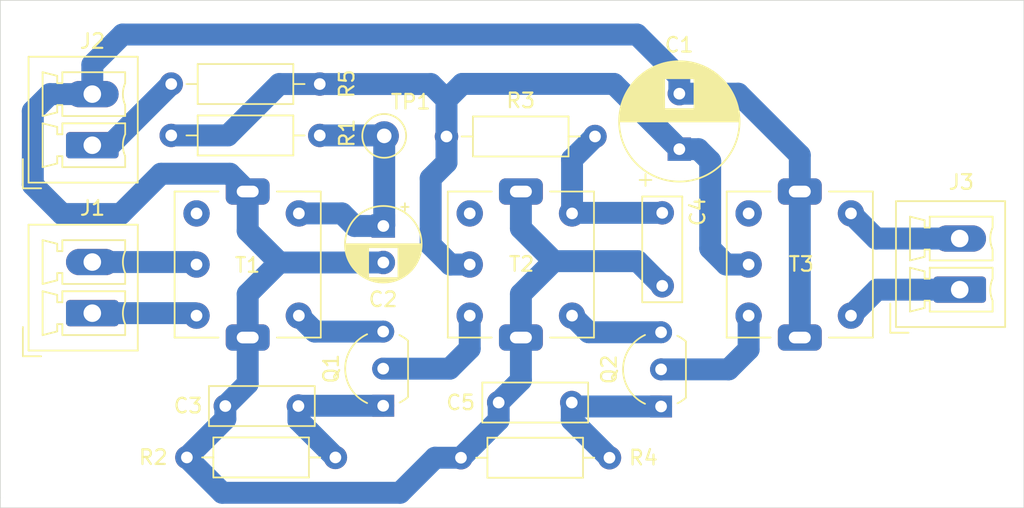
<source format=kicad_pcb>
(kicad_pcb (version 20171130) (host pcbnew 5.1.7-a382d34a8~88~ubuntu20.04.1)

  (general
    (thickness 1.6)
    (drawings 6)
    (tracks 99)
    (zones 0)
    (modules 22)
    (nets 16)
  )

  (page A4)
  (title_block
    (title "Arduino Superheterodyne Receiver")
    (date 2021-10-05)
    (rev 1.0.0)
    (company "Dilshan R Jayakody")
    (comment 1 jayakody2000lk@gmail.com)
    (comment 2 http://jayakody2000lk.blogspot.com)
    (comment 3 https://github.com/dilshan/arduino-superhet)
    (comment 4 "455kHz I.F Amplifier")
  )

  (layers
    (0 F.Cu signal hide)
    (31 B.Cu signal)
    (32 B.Adhes user hide)
    (33 F.Adhes user hide)
    (34 B.Paste user hide)
    (35 F.Paste user hide)
    (36 B.SilkS user hide)
    (37 F.SilkS user hide)
    (38 B.Mask user hide)
    (39 F.Mask user hide)
    (40 Dwgs.User user hide)
    (41 Cmts.User user hide)
    (42 Eco1.User user hide)
    (43 Eco2.User user hide)
    (44 Edge.Cuts user)
    (45 Margin user hide)
    (46 B.CrtYd user hide)
    (47 F.CrtYd user hide)
    (48 B.Fab user hide)
    (49 F.Fab user hide)
  )

  (setup
    (last_trace_width 0.25)
    (user_trace_width 0.25)
    (user_trace_width 0.5)
    (user_trace_width 0.75)
    (user_trace_width 1)
    (user_trace_width 1.5)
    (trace_clearance 0.2)
    (zone_clearance 0.508)
    (zone_45_only no)
    (trace_min 0.2)
    (via_size 0.8)
    (via_drill 0.4)
    (via_min_size 0.4)
    (via_min_drill 0.3)
    (uvia_size 0.3)
    (uvia_drill 0.1)
    (uvias_allowed no)
    (uvia_min_size 0.2)
    (uvia_min_drill 0.1)
    (edge_width 0.05)
    (segment_width 0.2)
    (pcb_text_width 0.3)
    (pcb_text_size 1.5 1.5)
    (mod_edge_width 0.12)
    (mod_text_size 1 1)
    (mod_text_width 0.15)
    (pad_size 3 1.8)
    (pad_drill 1.5)
    (pad_to_mask_clearance 0)
    (aux_axis_origin 0 0)
    (visible_elements FFFFFF7F)
    (pcbplotparams
      (layerselection 0x010fc_ffffffff)
      (usegerberextensions false)
      (usegerberattributes true)
      (usegerberadvancedattributes true)
      (creategerberjobfile true)
      (excludeedgelayer true)
      (linewidth 0.100000)
      (plotframeref false)
      (viasonmask false)
      (mode 1)
      (useauxorigin false)
      (hpglpennumber 1)
      (hpglpenspeed 20)
      (hpglpendiameter 15.000000)
      (psnegative false)
      (psa4output false)
      (plotreference true)
      (plotvalue true)
      (plotinvisibletext false)
      (padsonsilk false)
      (subtractmaskfromsilk false)
      (outputformat 1)
      (mirror false)
      (drillshape 1)
      (scaleselection 1)
      (outputdirectory ""))
  )

  (net 0 "")
  (net 1 "Net-(C1-Pad1)")
  (net 2 GND)
  (net 3 "Net-(C2-Pad1)")
  (net 4 "Net-(C3-Pad1)")
  (net 5 "Net-(C4-Pad1)")
  (net 6 "Net-(C5-Pad1)")
  (net 7 "Net-(J1-Pad1)")
  (net 8 "Net-(J1-Pad2)")
  (net 9 VCC)
  (net 10 "Net-(J3-Pad2)")
  (net 11 "Net-(J3-Pad1)")
  (net 12 "Net-(Q1-Pad3)")
  (net 13 "Net-(Q1-Pad2)")
  (net 14 "Net-(Q2-Pad2)")
  (net 15 "Net-(Q2-Pad3)")

  (net_class Default "This is the default net class."
    (clearance 0.2)
    (trace_width 0.25)
    (via_dia 0.8)
    (via_drill 0.4)
    (uvia_dia 0.3)
    (uvia_drill 0.1)
    (add_net GND)
    (add_net "Net-(C1-Pad1)")
    (add_net "Net-(C2-Pad1)")
    (add_net "Net-(C3-Pad1)")
    (add_net "Net-(C4-Pad1)")
    (add_net "Net-(C5-Pad1)")
    (add_net "Net-(J1-Pad1)")
    (add_net "Net-(J1-Pad2)")
    (add_net "Net-(J3-Pad1)")
    (add_net "Net-(J3-Pad2)")
    (add_net "Net-(Q1-Pad2)")
    (add_net "Net-(Q1-Pad3)")
    (add_net "Net-(Q2-Pad2)")
    (add_net "Net-(Q2-Pad3)")
    (add_net VCC)
  )

  (module Capacitor_THT:CP_Radial_D8.0mm_P3.80mm (layer F.Cu) (tedit 5AE50EF0) (tstamp 615076E5)
    (at 160.13 84.49 90)
    (descr "CP, Radial series, Radial, pin pitch=3.80mm, , diameter=8mm, Electrolytic Capacitor")
    (tags "CP Radial series Radial pin pitch 3.80mm  diameter 8mm Electrolytic Capacitor")
    (path /615306DA)
    (fp_text reference C1 (at 7.14 -0.014 180) (layer F.SilkS)
      (effects (font (size 1 1) (thickness 0.15)))
    )
    (fp_text value 100MFD (at 2.61 5.52 90) (layer F.Fab)
      (effects (font (size 1 1) (thickness 0.15)))
    )
    (fp_circle (center 1.9 0) (end 5.9 0) (layer F.Fab) (width 0.1))
    (fp_circle (center 1.9 0) (end 6.02 0) (layer F.SilkS) (width 0.12))
    (fp_circle (center 1.9 0) (end 6.15 0) (layer F.CrtYd) (width 0.05))
    (fp_line (start -1.526759 -1.7475) (end -0.726759 -1.7475) (layer F.Fab) (width 0.1))
    (fp_line (start -1.126759 -2.1475) (end -1.126759 -1.3475) (layer F.Fab) (width 0.1))
    (fp_line (start 1.9 -4.08) (end 1.9 4.08) (layer F.SilkS) (width 0.12))
    (fp_line (start 1.94 -4.08) (end 1.94 4.08) (layer F.SilkS) (width 0.12))
    (fp_line (start 1.98 -4.08) (end 1.98 4.08) (layer F.SilkS) (width 0.12))
    (fp_line (start 2.02 -4.079) (end 2.02 4.079) (layer F.SilkS) (width 0.12))
    (fp_line (start 2.06 -4.077) (end 2.06 4.077) (layer F.SilkS) (width 0.12))
    (fp_line (start 2.1 -4.076) (end 2.1 4.076) (layer F.SilkS) (width 0.12))
    (fp_line (start 2.14 -4.074) (end 2.14 4.074) (layer F.SilkS) (width 0.12))
    (fp_line (start 2.18 -4.071) (end 2.18 4.071) (layer F.SilkS) (width 0.12))
    (fp_line (start 2.22 -4.068) (end 2.22 4.068) (layer F.SilkS) (width 0.12))
    (fp_line (start 2.26 -4.065) (end 2.26 4.065) (layer F.SilkS) (width 0.12))
    (fp_line (start 2.3 -4.061) (end 2.3 4.061) (layer F.SilkS) (width 0.12))
    (fp_line (start 2.34 -4.057) (end 2.34 4.057) (layer F.SilkS) (width 0.12))
    (fp_line (start 2.38 -4.052) (end 2.38 4.052) (layer F.SilkS) (width 0.12))
    (fp_line (start 2.42 -4.048) (end 2.42 4.048) (layer F.SilkS) (width 0.12))
    (fp_line (start 2.46 -4.042) (end 2.46 4.042) (layer F.SilkS) (width 0.12))
    (fp_line (start 2.5 -4.037) (end 2.5 4.037) (layer F.SilkS) (width 0.12))
    (fp_line (start 2.54 -4.03) (end 2.54 4.03) (layer F.SilkS) (width 0.12))
    (fp_line (start 2.58 -4.024) (end 2.58 4.024) (layer F.SilkS) (width 0.12))
    (fp_line (start 2.621 -4.017) (end 2.621 4.017) (layer F.SilkS) (width 0.12))
    (fp_line (start 2.661 -4.01) (end 2.661 4.01) (layer F.SilkS) (width 0.12))
    (fp_line (start 2.701 -4.002) (end 2.701 4.002) (layer F.SilkS) (width 0.12))
    (fp_line (start 2.741 -3.994) (end 2.741 3.994) (layer F.SilkS) (width 0.12))
    (fp_line (start 2.781 -3.985) (end 2.781 -1.04) (layer F.SilkS) (width 0.12))
    (fp_line (start 2.781 1.04) (end 2.781 3.985) (layer F.SilkS) (width 0.12))
    (fp_line (start 2.821 -3.976) (end 2.821 -1.04) (layer F.SilkS) (width 0.12))
    (fp_line (start 2.821 1.04) (end 2.821 3.976) (layer F.SilkS) (width 0.12))
    (fp_line (start 2.861 -3.967) (end 2.861 -1.04) (layer F.SilkS) (width 0.12))
    (fp_line (start 2.861 1.04) (end 2.861 3.967) (layer F.SilkS) (width 0.12))
    (fp_line (start 2.901 -3.957) (end 2.901 -1.04) (layer F.SilkS) (width 0.12))
    (fp_line (start 2.901 1.04) (end 2.901 3.957) (layer F.SilkS) (width 0.12))
    (fp_line (start 2.941 -3.947) (end 2.941 -1.04) (layer F.SilkS) (width 0.12))
    (fp_line (start 2.941 1.04) (end 2.941 3.947) (layer F.SilkS) (width 0.12))
    (fp_line (start 2.981 -3.936) (end 2.981 -1.04) (layer F.SilkS) (width 0.12))
    (fp_line (start 2.981 1.04) (end 2.981 3.936) (layer F.SilkS) (width 0.12))
    (fp_line (start 3.021 -3.925) (end 3.021 -1.04) (layer F.SilkS) (width 0.12))
    (fp_line (start 3.021 1.04) (end 3.021 3.925) (layer F.SilkS) (width 0.12))
    (fp_line (start 3.061 -3.914) (end 3.061 -1.04) (layer F.SilkS) (width 0.12))
    (fp_line (start 3.061 1.04) (end 3.061 3.914) (layer F.SilkS) (width 0.12))
    (fp_line (start 3.101 -3.902) (end 3.101 -1.04) (layer F.SilkS) (width 0.12))
    (fp_line (start 3.101 1.04) (end 3.101 3.902) (layer F.SilkS) (width 0.12))
    (fp_line (start 3.141 -3.889) (end 3.141 -1.04) (layer F.SilkS) (width 0.12))
    (fp_line (start 3.141 1.04) (end 3.141 3.889) (layer F.SilkS) (width 0.12))
    (fp_line (start 3.181 -3.877) (end 3.181 -1.04) (layer F.SilkS) (width 0.12))
    (fp_line (start 3.181 1.04) (end 3.181 3.877) (layer F.SilkS) (width 0.12))
    (fp_line (start 3.221 -3.863) (end 3.221 -1.04) (layer F.SilkS) (width 0.12))
    (fp_line (start 3.221 1.04) (end 3.221 3.863) (layer F.SilkS) (width 0.12))
    (fp_line (start 3.261 -3.85) (end 3.261 -1.04) (layer F.SilkS) (width 0.12))
    (fp_line (start 3.261 1.04) (end 3.261 3.85) (layer F.SilkS) (width 0.12))
    (fp_line (start 3.301 -3.835) (end 3.301 -1.04) (layer F.SilkS) (width 0.12))
    (fp_line (start 3.301 1.04) (end 3.301 3.835) (layer F.SilkS) (width 0.12))
    (fp_line (start 3.341 -3.821) (end 3.341 -1.04) (layer F.SilkS) (width 0.12))
    (fp_line (start 3.341 1.04) (end 3.341 3.821) (layer F.SilkS) (width 0.12))
    (fp_line (start 3.381 -3.805) (end 3.381 -1.04) (layer F.SilkS) (width 0.12))
    (fp_line (start 3.381 1.04) (end 3.381 3.805) (layer F.SilkS) (width 0.12))
    (fp_line (start 3.421 -3.79) (end 3.421 -1.04) (layer F.SilkS) (width 0.12))
    (fp_line (start 3.421 1.04) (end 3.421 3.79) (layer F.SilkS) (width 0.12))
    (fp_line (start 3.461 -3.774) (end 3.461 -1.04) (layer F.SilkS) (width 0.12))
    (fp_line (start 3.461 1.04) (end 3.461 3.774) (layer F.SilkS) (width 0.12))
    (fp_line (start 3.501 -3.757) (end 3.501 -1.04) (layer F.SilkS) (width 0.12))
    (fp_line (start 3.501 1.04) (end 3.501 3.757) (layer F.SilkS) (width 0.12))
    (fp_line (start 3.541 -3.74) (end 3.541 -1.04) (layer F.SilkS) (width 0.12))
    (fp_line (start 3.541 1.04) (end 3.541 3.74) (layer F.SilkS) (width 0.12))
    (fp_line (start 3.581 -3.722) (end 3.581 -1.04) (layer F.SilkS) (width 0.12))
    (fp_line (start 3.581 1.04) (end 3.581 3.722) (layer F.SilkS) (width 0.12))
    (fp_line (start 3.621 -3.704) (end 3.621 -1.04) (layer F.SilkS) (width 0.12))
    (fp_line (start 3.621 1.04) (end 3.621 3.704) (layer F.SilkS) (width 0.12))
    (fp_line (start 3.661 -3.686) (end 3.661 -1.04) (layer F.SilkS) (width 0.12))
    (fp_line (start 3.661 1.04) (end 3.661 3.686) (layer F.SilkS) (width 0.12))
    (fp_line (start 3.701 -3.666) (end 3.701 -1.04) (layer F.SilkS) (width 0.12))
    (fp_line (start 3.701 1.04) (end 3.701 3.666) (layer F.SilkS) (width 0.12))
    (fp_line (start 3.741 -3.647) (end 3.741 -1.04) (layer F.SilkS) (width 0.12))
    (fp_line (start 3.741 1.04) (end 3.741 3.647) (layer F.SilkS) (width 0.12))
    (fp_line (start 3.781 -3.627) (end 3.781 -1.04) (layer F.SilkS) (width 0.12))
    (fp_line (start 3.781 1.04) (end 3.781 3.627) (layer F.SilkS) (width 0.12))
    (fp_line (start 3.821 -3.606) (end 3.821 -1.04) (layer F.SilkS) (width 0.12))
    (fp_line (start 3.821 1.04) (end 3.821 3.606) (layer F.SilkS) (width 0.12))
    (fp_line (start 3.861 -3.584) (end 3.861 -1.04) (layer F.SilkS) (width 0.12))
    (fp_line (start 3.861 1.04) (end 3.861 3.584) (layer F.SilkS) (width 0.12))
    (fp_line (start 3.901 -3.562) (end 3.901 -1.04) (layer F.SilkS) (width 0.12))
    (fp_line (start 3.901 1.04) (end 3.901 3.562) (layer F.SilkS) (width 0.12))
    (fp_line (start 3.941 -3.54) (end 3.941 -1.04) (layer F.SilkS) (width 0.12))
    (fp_line (start 3.941 1.04) (end 3.941 3.54) (layer F.SilkS) (width 0.12))
    (fp_line (start 3.981 -3.517) (end 3.981 -1.04) (layer F.SilkS) (width 0.12))
    (fp_line (start 3.981 1.04) (end 3.981 3.517) (layer F.SilkS) (width 0.12))
    (fp_line (start 4.021 -3.493) (end 4.021 -1.04) (layer F.SilkS) (width 0.12))
    (fp_line (start 4.021 1.04) (end 4.021 3.493) (layer F.SilkS) (width 0.12))
    (fp_line (start 4.061 -3.469) (end 4.061 -1.04) (layer F.SilkS) (width 0.12))
    (fp_line (start 4.061 1.04) (end 4.061 3.469) (layer F.SilkS) (width 0.12))
    (fp_line (start 4.101 -3.444) (end 4.101 -1.04) (layer F.SilkS) (width 0.12))
    (fp_line (start 4.101 1.04) (end 4.101 3.444) (layer F.SilkS) (width 0.12))
    (fp_line (start 4.141 -3.418) (end 4.141 -1.04) (layer F.SilkS) (width 0.12))
    (fp_line (start 4.141 1.04) (end 4.141 3.418) (layer F.SilkS) (width 0.12))
    (fp_line (start 4.181 -3.392) (end 4.181 -1.04) (layer F.SilkS) (width 0.12))
    (fp_line (start 4.181 1.04) (end 4.181 3.392) (layer F.SilkS) (width 0.12))
    (fp_line (start 4.221 -3.365) (end 4.221 -1.04) (layer F.SilkS) (width 0.12))
    (fp_line (start 4.221 1.04) (end 4.221 3.365) (layer F.SilkS) (width 0.12))
    (fp_line (start 4.261 -3.338) (end 4.261 -1.04) (layer F.SilkS) (width 0.12))
    (fp_line (start 4.261 1.04) (end 4.261 3.338) (layer F.SilkS) (width 0.12))
    (fp_line (start 4.301 -3.309) (end 4.301 -1.04) (layer F.SilkS) (width 0.12))
    (fp_line (start 4.301 1.04) (end 4.301 3.309) (layer F.SilkS) (width 0.12))
    (fp_line (start 4.341 -3.28) (end 4.341 -1.04) (layer F.SilkS) (width 0.12))
    (fp_line (start 4.341 1.04) (end 4.341 3.28) (layer F.SilkS) (width 0.12))
    (fp_line (start 4.381 -3.25) (end 4.381 -1.04) (layer F.SilkS) (width 0.12))
    (fp_line (start 4.381 1.04) (end 4.381 3.25) (layer F.SilkS) (width 0.12))
    (fp_line (start 4.421 -3.22) (end 4.421 -1.04) (layer F.SilkS) (width 0.12))
    (fp_line (start 4.421 1.04) (end 4.421 3.22) (layer F.SilkS) (width 0.12))
    (fp_line (start 4.461 -3.189) (end 4.461 -1.04) (layer F.SilkS) (width 0.12))
    (fp_line (start 4.461 1.04) (end 4.461 3.189) (layer F.SilkS) (width 0.12))
    (fp_line (start 4.501 -3.156) (end 4.501 -1.04) (layer F.SilkS) (width 0.12))
    (fp_line (start 4.501 1.04) (end 4.501 3.156) (layer F.SilkS) (width 0.12))
    (fp_line (start 4.541 -3.124) (end 4.541 -1.04) (layer F.SilkS) (width 0.12))
    (fp_line (start 4.541 1.04) (end 4.541 3.124) (layer F.SilkS) (width 0.12))
    (fp_line (start 4.581 -3.09) (end 4.581 -1.04) (layer F.SilkS) (width 0.12))
    (fp_line (start 4.581 1.04) (end 4.581 3.09) (layer F.SilkS) (width 0.12))
    (fp_line (start 4.621 -3.055) (end 4.621 -1.04) (layer F.SilkS) (width 0.12))
    (fp_line (start 4.621 1.04) (end 4.621 3.055) (layer F.SilkS) (width 0.12))
    (fp_line (start 4.661 -3.019) (end 4.661 -1.04) (layer F.SilkS) (width 0.12))
    (fp_line (start 4.661 1.04) (end 4.661 3.019) (layer F.SilkS) (width 0.12))
    (fp_line (start 4.701 -2.983) (end 4.701 -1.04) (layer F.SilkS) (width 0.12))
    (fp_line (start 4.701 1.04) (end 4.701 2.983) (layer F.SilkS) (width 0.12))
    (fp_line (start 4.741 -2.945) (end 4.741 -1.04) (layer F.SilkS) (width 0.12))
    (fp_line (start 4.741 1.04) (end 4.741 2.945) (layer F.SilkS) (width 0.12))
    (fp_line (start 4.781 -2.907) (end 4.781 -1.04) (layer F.SilkS) (width 0.12))
    (fp_line (start 4.781 1.04) (end 4.781 2.907) (layer F.SilkS) (width 0.12))
    (fp_line (start 4.821 -2.867) (end 4.821 -1.04) (layer F.SilkS) (width 0.12))
    (fp_line (start 4.821 1.04) (end 4.821 2.867) (layer F.SilkS) (width 0.12))
    (fp_line (start 4.861 -2.826) (end 4.861 2.826) (layer F.SilkS) (width 0.12))
    (fp_line (start 4.901 -2.784) (end 4.901 2.784) (layer F.SilkS) (width 0.12))
    (fp_line (start 4.941 -2.741) (end 4.941 2.741) (layer F.SilkS) (width 0.12))
    (fp_line (start 4.981 -2.697) (end 4.981 2.697) (layer F.SilkS) (width 0.12))
    (fp_line (start 5.021 -2.651) (end 5.021 2.651) (layer F.SilkS) (width 0.12))
    (fp_line (start 5.061 -2.604) (end 5.061 2.604) (layer F.SilkS) (width 0.12))
    (fp_line (start 5.101 -2.556) (end 5.101 2.556) (layer F.SilkS) (width 0.12))
    (fp_line (start 5.141 -2.505) (end 5.141 2.505) (layer F.SilkS) (width 0.12))
    (fp_line (start 5.181 -2.454) (end 5.181 2.454) (layer F.SilkS) (width 0.12))
    (fp_line (start 5.221 -2.4) (end 5.221 2.4) (layer F.SilkS) (width 0.12))
    (fp_line (start 5.261 -2.345) (end 5.261 2.345) (layer F.SilkS) (width 0.12))
    (fp_line (start 5.301 -2.287) (end 5.301 2.287) (layer F.SilkS) (width 0.12))
    (fp_line (start 5.341 -2.228) (end 5.341 2.228) (layer F.SilkS) (width 0.12))
    (fp_line (start 5.381 -2.166) (end 5.381 2.166) (layer F.SilkS) (width 0.12))
    (fp_line (start 5.421 -2.102) (end 5.421 2.102) (layer F.SilkS) (width 0.12))
    (fp_line (start 5.461 -2.034) (end 5.461 2.034) (layer F.SilkS) (width 0.12))
    (fp_line (start 5.501 -1.964) (end 5.501 1.964) (layer F.SilkS) (width 0.12))
    (fp_line (start 5.541 -1.89) (end 5.541 1.89) (layer F.SilkS) (width 0.12))
    (fp_line (start 5.581 -1.813) (end 5.581 1.813) (layer F.SilkS) (width 0.12))
    (fp_line (start 5.621 -1.731) (end 5.621 1.731) (layer F.SilkS) (width 0.12))
    (fp_line (start 5.661 -1.645) (end 5.661 1.645) (layer F.SilkS) (width 0.12))
    (fp_line (start 5.701 -1.552) (end 5.701 1.552) (layer F.SilkS) (width 0.12))
    (fp_line (start 5.741 -1.453) (end 5.741 1.453) (layer F.SilkS) (width 0.12))
    (fp_line (start 5.781 -1.346) (end 5.781 1.346) (layer F.SilkS) (width 0.12))
    (fp_line (start 5.821 -1.229) (end 5.821 1.229) (layer F.SilkS) (width 0.12))
    (fp_line (start 5.861 -1.098) (end 5.861 1.098) (layer F.SilkS) (width 0.12))
    (fp_line (start 5.901 -0.948) (end 5.901 0.948) (layer F.SilkS) (width 0.12))
    (fp_line (start 5.941 -0.768) (end 5.941 0.768) (layer F.SilkS) (width 0.12))
    (fp_line (start 5.981 -0.533) (end 5.981 0.533) (layer F.SilkS) (width 0.12))
    (fp_line (start -2.509698 -2.315) (end -1.709698 -2.315) (layer F.SilkS) (width 0.12))
    (fp_line (start -2.109698 -2.715) (end -2.109698 -1.915) (layer F.SilkS) (width 0.12))
    (fp_text user %R (at 7.14 -0.014 180) (layer F.Fab)
      (effects (font (size 1 1) (thickness 0.15)))
    )
    (pad 1 thru_hole rect (at 0 0 90) (size 1.6 1.6) (drill 0.8) (layers *.Cu *.Mask)
      (net 1 "Net-(C1-Pad1)"))
    (pad 2 thru_hole circle (at 3.8 0 90) (size 1.6 1.6) (drill 0.8) (layers *.Cu *.Mask)
      (net 2 GND))
    (model ${KISYS3DMOD}/Capacitor_THT.3dshapes/CP_Radial_D8.0mm_P3.80mm.wrl
      (at (xyz 0 0 0))
      (scale (xyz 1 1 1))
      (rotate (xyz 0 0 0))
    )
  )

  (module Capacitor_THT:CP_Radial_D5.0mm_P2.50mm (layer F.Cu) (tedit 5AE50EF0) (tstamp 615072B8)
    (at 139.88 89.75 270)
    (descr "CP, Radial series, Radial, pin pitch=2.50mm, , diameter=5mm, Electrolytic Capacitor")
    (tags "CP Radial series Radial pin pitch 2.50mm  diameter 5mm Electrolytic Capacitor")
    (path /6150C0D6)
    (fp_text reference C2 (at 5.03 0.02 180) (layer F.SilkS)
      (effects (font (size 1 1) (thickness 0.15)))
    )
    (fp_text value 10MFD (at -2.24 0.01 180) (layer F.Fab)
      (effects (font (size 1 1) (thickness 0.15)))
    )
    (fp_circle (center 1.25 0) (end 3.75 0) (layer F.Fab) (width 0.1))
    (fp_circle (center 1.25 0) (end 3.87 0) (layer F.SilkS) (width 0.12))
    (fp_circle (center 1.25 0) (end 4 0) (layer F.CrtYd) (width 0.05))
    (fp_line (start -0.883605 -1.0875) (end -0.383605 -1.0875) (layer F.Fab) (width 0.1))
    (fp_line (start -0.633605 -1.3375) (end -0.633605 -0.8375) (layer F.Fab) (width 0.1))
    (fp_line (start 1.25 -2.58) (end 1.25 2.58) (layer F.SilkS) (width 0.12))
    (fp_line (start 1.29 -2.58) (end 1.29 2.58) (layer F.SilkS) (width 0.12))
    (fp_line (start 1.33 -2.579) (end 1.33 2.579) (layer F.SilkS) (width 0.12))
    (fp_line (start 1.37 -2.578) (end 1.37 2.578) (layer F.SilkS) (width 0.12))
    (fp_line (start 1.41 -2.576) (end 1.41 2.576) (layer F.SilkS) (width 0.12))
    (fp_line (start 1.45 -2.573) (end 1.45 2.573) (layer F.SilkS) (width 0.12))
    (fp_line (start 1.49 -2.569) (end 1.49 -1.04) (layer F.SilkS) (width 0.12))
    (fp_line (start 1.49 1.04) (end 1.49 2.569) (layer F.SilkS) (width 0.12))
    (fp_line (start 1.53 -2.565) (end 1.53 -1.04) (layer F.SilkS) (width 0.12))
    (fp_line (start 1.53 1.04) (end 1.53 2.565) (layer F.SilkS) (width 0.12))
    (fp_line (start 1.57 -2.561) (end 1.57 -1.04) (layer F.SilkS) (width 0.12))
    (fp_line (start 1.57 1.04) (end 1.57 2.561) (layer F.SilkS) (width 0.12))
    (fp_line (start 1.61 -2.556) (end 1.61 -1.04) (layer F.SilkS) (width 0.12))
    (fp_line (start 1.61 1.04) (end 1.61 2.556) (layer F.SilkS) (width 0.12))
    (fp_line (start 1.65 -2.55) (end 1.65 -1.04) (layer F.SilkS) (width 0.12))
    (fp_line (start 1.65 1.04) (end 1.65 2.55) (layer F.SilkS) (width 0.12))
    (fp_line (start 1.69 -2.543) (end 1.69 -1.04) (layer F.SilkS) (width 0.12))
    (fp_line (start 1.69 1.04) (end 1.69 2.543) (layer F.SilkS) (width 0.12))
    (fp_line (start 1.73 -2.536) (end 1.73 -1.04) (layer F.SilkS) (width 0.12))
    (fp_line (start 1.73 1.04) (end 1.73 2.536) (layer F.SilkS) (width 0.12))
    (fp_line (start 1.77 -2.528) (end 1.77 -1.04) (layer F.SilkS) (width 0.12))
    (fp_line (start 1.77 1.04) (end 1.77 2.528) (layer F.SilkS) (width 0.12))
    (fp_line (start 1.81 -2.52) (end 1.81 -1.04) (layer F.SilkS) (width 0.12))
    (fp_line (start 1.81 1.04) (end 1.81 2.52) (layer F.SilkS) (width 0.12))
    (fp_line (start 1.85 -2.511) (end 1.85 -1.04) (layer F.SilkS) (width 0.12))
    (fp_line (start 1.85 1.04) (end 1.85 2.511) (layer F.SilkS) (width 0.12))
    (fp_line (start 1.89 -2.501) (end 1.89 -1.04) (layer F.SilkS) (width 0.12))
    (fp_line (start 1.89 1.04) (end 1.89 2.501) (layer F.SilkS) (width 0.12))
    (fp_line (start 1.93 -2.491) (end 1.93 -1.04) (layer F.SilkS) (width 0.12))
    (fp_line (start 1.93 1.04) (end 1.93 2.491) (layer F.SilkS) (width 0.12))
    (fp_line (start 1.971 -2.48) (end 1.971 -1.04) (layer F.SilkS) (width 0.12))
    (fp_line (start 1.971 1.04) (end 1.971 2.48) (layer F.SilkS) (width 0.12))
    (fp_line (start 2.011 -2.468) (end 2.011 -1.04) (layer F.SilkS) (width 0.12))
    (fp_line (start 2.011 1.04) (end 2.011 2.468) (layer F.SilkS) (width 0.12))
    (fp_line (start 2.051 -2.455) (end 2.051 -1.04) (layer F.SilkS) (width 0.12))
    (fp_line (start 2.051 1.04) (end 2.051 2.455) (layer F.SilkS) (width 0.12))
    (fp_line (start 2.091 -2.442) (end 2.091 -1.04) (layer F.SilkS) (width 0.12))
    (fp_line (start 2.091 1.04) (end 2.091 2.442) (layer F.SilkS) (width 0.12))
    (fp_line (start 2.131 -2.428) (end 2.131 -1.04) (layer F.SilkS) (width 0.12))
    (fp_line (start 2.131 1.04) (end 2.131 2.428) (layer F.SilkS) (width 0.12))
    (fp_line (start 2.171 -2.414) (end 2.171 -1.04) (layer F.SilkS) (width 0.12))
    (fp_line (start 2.171 1.04) (end 2.171 2.414) (layer F.SilkS) (width 0.12))
    (fp_line (start 2.211 -2.398) (end 2.211 -1.04) (layer F.SilkS) (width 0.12))
    (fp_line (start 2.211 1.04) (end 2.211 2.398) (layer F.SilkS) (width 0.12))
    (fp_line (start 2.251 -2.382) (end 2.251 -1.04) (layer F.SilkS) (width 0.12))
    (fp_line (start 2.251 1.04) (end 2.251 2.382) (layer F.SilkS) (width 0.12))
    (fp_line (start 2.291 -2.365) (end 2.291 -1.04) (layer F.SilkS) (width 0.12))
    (fp_line (start 2.291 1.04) (end 2.291 2.365) (layer F.SilkS) (width 0.12))
    (fp_line (start 2.331 -2.348) (end 2.331 -1.04) (layer F.SilkS) (width 0.12))
    (fp_line (start 2.331 1.04) (end 2.331 2.348) (layer F.SilkS) (width 0.12))
    (fp_line (start 2.371 -2.329) (end 2.371 -1.04) (layer F.SilkS) (width 0.12))
    (fp_line (start 2.371 1.04) (end 2.371 2.329) (layer F.SilkS) (width 0.12))
    (fp_line (start 2.411 -2.31) (end 2.411 -1.04) (layer F.SilkS) (width 0.12))
    (fp_line (start 2.411 1.04) (end 2.411 2.31) (layer F.SilkS) (width 0.12))
    (fp_line (start 2.451 -2.29) (end 2.451 -1.04) (layer F.SilkS) (width 0.12))
    (fp_line (start 2.451 1.04) (end 2.451 2.29) (layer F.SilkS) (width 0.12))
    (fp_line (start 2.491 -2.268) (end 2.491 -1.04) (layer F.SilkS) (width 0.12))
    (fp_line (start 2.491 1.04) (end 2.491 2.268) (layer F.SilkS) (width 0.12))
    (fp_line (start 2.531 -2.247) (end 2.531 -1.04) (layer F.SilkS) (width 0.12))
    (fp_line (start 2.531 1.04) (end 2.531 2.247) (layer F.SilkS) (width 0.12))
    (fp_line (start 2.571 -2.224) (end 2.571 -1.04) (layer F.SilkS) (width 0.12))
    (fp_line (start 2.571 1.04) (end 2.571 2.224) (layer F.SilkS) (width 0.12))
    (fp_line (start 2.611 -2.2) (end 2.611 -1.04) (layer F.SilkS) (width 0.12))
    (fp_line (start 2.611 1.04) (end 2.611 2.2) (layer F.SilkS) (width 0.12))
    (fp_line (start 2.651 -2.175) (end 2.651 -1.04) (layer F.SilkS) (width 0.12))
    (fp_line (start 2.651 1.04) (end 2.651 2.175) (layer F.SilkS) (width 0.12))
    (fp_line (start 2.691 -2.149) (end 2.691 -1.04) (layer F.SilkS) (width 0.12))
    (fp_line (start 2.691 1.04) (end 2.691 2.149) (layer F.SilkS) (width 0.12))
    (fp_line (start 2.731 -2.122) (end 2.731 -1.04) (layer F.SilkS) (width 0.12))
    (fp_line (start 2.731 1.04) (end 2.731 2.122) (layer F.SilkS) (width 0.12))
    (fp_line (start 2.771 -2.095) (end 2.771 -1.04) (layer F.SilkS) (width 0.12))
    (fp_line (start 2.771 1.04) (end 2.771 2.095) (layer F.SilkS) (width 0.12))
    (fp_line (start 2.811 -2.065) (end 2.811 -1.04) (layer F.SilkS) (width 0.12))
    (fp_line (start 2.811 1.04) (end 2.811 2.065) (layer F.SilkS) (width 0.12))
    (fp_line (start 2.851 -2.035) (end 2.851 -1.04) (layer F.SilkS) (width 0.12))
    (fp_line (start 2.851 1.04) (end 2.851 2.035) (layer F.SilkS) (width 0.12))
    (fp_line (start 2.891 -2.004) (end 2.891 -1.04) (layer F.SilkS) (width 0.12))
    (fp_line (start 2.891 1.04) (end 2.891 2.004) (layer F.SilkS) (width 0.12))
    (fp_line (start 2.931 -1.971) (end 2.931 -1.04) (layer F.SilkS) (width 0.12))
    (fp_line (start 2.931 1.04) (end 2.931 1.971) (layer F.SilkS) (width 0.12))
    (fp_line (start 2.971 -1.937) (end 2.971 -1.04) (layer F.SilkS) (width 0.12))
    (fp_line (start 2.971 1.04) (end 2.971 1.937) (layer F.SilkS) (width 0.12))
    (fp_line (start 3.011 -1.901) (end 3.011 -1.04) (layer F.SilkS) (width 0.12))
    (fp_line (start 3.011 1.04) (end 3.011 1.901) (layer F.SilkS) (width 0.12))
    (fp_line (start 3.051 -1.864) (end 3.051 -1.04) (layer F.SilkS) (width 0.12))
    (fp_line (start 3.051 1.04) (end 3.051 1.864) (layer F.SilkS) (width 0.12))
    (fp_line (start 3.091 -1.826) (end 3.091 -1.04) (layer F.SilkS) (width 0.12))
    (fp_line (start 3.091 1.04) (end 3.091 1.826) (layer F.SilkS) (width 0.12))
    (fp_line (start 3.131 -1.785) (end 3.131 -1.04) (layer F.SilkS) (width 0.12))
    (fp_line (start 3.131 1.04) (end 3.131 1.785) (layer F.SilkS) (width 0.12))
    (fp_line (start 3.171 -1.743) (end 3.171 -1.04) (layer F.SilkS) (width 0.12))
    (fp_line (start 3.171 1.04) (end 3.171 1.743) (layer F.SilkS) (width 0.12))
    (fp_line (start 3.211 -1.699) (end 3.211 -1.04) (layer F.SilkS) (width 0.12))
    (fp_line (start 3.211 1.04) (end 3.211 1.699) (layer F.SilkS) (width 0.12))
    (fp_line (start 3.251 -1.653) (end 3.251 -1.04) (layer F.SilkS) (width 0.12))
    (fp_line (start 3.251 1.04) (end 3.251 1.653) (layer F.SilkS) (width 0.12))
    (fp_line (start 3.291 -1.605) (end 3.291 -1.04) (layer F.SilkS) (width 0.12))
    (fp_line (start 3.291 1.04) (end 3.291 1.605) (layer F.SilkS) (width 0.12))
    (fp_line (start 3.331 -1.554) (end 3.331 -1.04) (layer F.SilkS) (width 0.12))
    (fp_line (start 3.331 1.04) (end 3.331 1.554) (layer F.SilkS) (width 0.12))
    (fp_line (start 3.371 -1.5) (end 3.371 -1.04) (layer F.SilkS) (width 0.12))
    (fp_line (start 3.371 1.04) (end 3.371 1.5) (layer F.SilkS) (width 0.12))
    (fp_line (start 3.411 -1.443) (end 3.411 -1.04) (layer F.SilkS) (width 0.12))
    (fp_line (start 3.411 1.04) (end 3.411 1.443) (layer F.SilkS) (width 0.12))
    (fp_line (start 3.451 -1.383) (end 3.451 -1.04) (layer F.SilkS) (width 0.12))
    (fp_line (start 3.451 1.04) (end 3.451 1.383) (layer F.SilkS) (width 0.12))
    (fp_line (start 3.491 -1.319) (end 3.491 -1.04) (layer F.SilkS) (width 0.12))
    (fp_line (start 3.491 1.04) (end 3.491 1.319) (layer F.SilkS) (width 0.12))
    (fp_line (start 3.531 -1.251) (end 3.531 -1.04) (layer F.SilkS) (width 0.12))
    (fp_line (start 3.531 1.04) (end 3.531 1.251) (layer F.SilkS) (width 0.12))
    (fp_line (start 3.571 -1.178) (end 3.571 1.178) (layer F.SilkS) (width 0.12))
    (fp_line (start 3.611 -1.098) (end 3.611 1.098) (layer F.SilkS) (width 0.12))
    (fp_line (start 3.651 -1.011) (end 3.651 1.011) (layer F.SilkS) (width 0.12))
    (fp_line (start 3.691 -0.915) (end 3.691 0.915) (layer F.SilkS) (width 0.12))
    (fp_line (start 3.731 -0.805) (end 3.731 0.805) (layer F.SilkS) (width 0.12))
    (fp_line (start 3.771 -0.677) (end 3.771 0.677) (layer F.SilkS) (width 0.12))
    (fp_line (start 3.811 -0.518) (end 3.811 0.518) (layer F.SilkS) (width 0.12))
    (fp_line (start 3.851 -0.284) (end 3.851 0.284) (layer F.SilkS) (width 0.12))
    (fp_line (start -1.554775 -1.475) (end -1.054775 -1.475) (layer F.SilkS) (width 0.12))
    (fp_line (start -1.304775 -1.725) (end -1.304775 -1.225) (layer F.SilkS) (width 0.12))
    (fp_text user %R (at 5.03 0.02 180) (layer F.Fab)
      (effects (font (size 1 1) (thickness 0.15)))
    )
    (pad 1 thru_hole rect (at 0 0 270) (size 1.6 1.6) (drill 0.8) (layers *.Cu *.Mask)
      (net 3 "Net-(C2-Pad1)"))
    (pad 2 thru_hole circle (at 2.5 0 270) (size 1.6 1.6) (drill 0.8) (layers *.Cu *.Mask)
      (net 2 GND))
    (model ${KISYS3DMOD}/Capacitor_THT.3dshapes/CP_Radial_D5.0mm_P2.50mm.wrl
      (at (xyz 0 0 0))
      (scale (xyz 1 1 1))
      (rotate (xyz 0 0 0))
    )
  )

  (module Capacitor_THT:C_Disc_D7.0mm_W2.5mm_P5.00mm (layer F.Cu) (tedit 5AE50EF0) (tstamp 61507847)
    (at 134.07 102.08 180)
    (descr "C, Disc series, Radial, pin pitch=5.00mm, , diameter*width=7*2.5mm^2, Capacitor, http://cdn-reichelt.de/documents/datenblatt/B300/DS_KERKO_TC.pdf")
    (tags "C Disc series Radial pin pitch 5.00mm  diameter 7mm width 2.5mm Capacitor")
    (path /615129BC)
    (fp_text reference C3 (at 7.55 0.02) (layer F.SilkS)
      (effects (font (size 1 1) (thickness 0.15)))
    )
    (fp_text value 0.047MFD (at 2.49 2.32) (layer F.Fab)
      (effects (font (size 1 1) (thickness 0.15)))
    )
    (fp_line (start -1 -1.25) (end -1 1.25) (layer F.Fab) (width 0.1))
    (fp_line (start -1 1.25) (end 6 1.25) (layer F.Fab) (width 0.1))
    (fp_line (start 6 1.25) (end 6 -1.25) (layer F.Fab) (width 0.1))
    (fp_line (start 6 -1.25) (end -1 -1.25) (layer F.Fab) (width 0.1))
    (fp_line (start -1.12 -1.37) (end 6.12 -1.37) (layer F.SilkS) (width 0.12))
    (fp_line (start -1.12 1.37) (end 6.12 1.37) (layer F.SilkS) (width 0.12))
    (fp_line (start -1.12 -1.37) (end -1.12 1.37) (layer F.SilkS) (width 0.12))
    (fp_line (start 6.12 -1.37) (end 6.12 1.37) (layer F.SilkS) (width 0.12))
    (fp_line (start -1.25 -1.5) (end -1.25 1.5) (layer F.CrtYd) (width 0.05))
    (fp_line (start -1.25 1.5) (end 6.25 1.5) (layer F.CrtYd) (width 0.05))
    (fp_line (start 6.25 1.5) (end 6.25 -1.5) (layer F.CrtYd) (width 0.05))
    (fp_line (start 6.25 -1.5) (end -1.25 -1.5) (layer F.CrtYd) (width 0.05))
    (fp_text user %R (at 7.55 0.02) (layer F.Fab)
      (effects (font (size 1 1) (thickness 0.15)))
    )
    (pad 1 thru_hole circle (at 0 0 180) (size 1.6 1.6) (drill 0.8) (layers *.Cu *.Mask)
      (net 4 "Net-(C3-Pad1)"))
    (pad 2 thru_hole circle (at 5 0 180) (size 1.6 1.6) (drill 0.8) (layers *.Cu *.Mask)
      (net 2 GND))
    (model ${KISYS3DMOD}/Capacitor_THT.3dshapes/C_Disc_D7.0mm_W2.5mm_P5.00mm.wrl
      (at (xyz 0 0 0))
      (scale (xyz 1 1 1))
      (rotate (xyz 0 0 0))
    )
  )

  (module Capacitor_THT:C_Disc_D7.0mm_W2.5mm_P5.00mm (layer F.Cu) (tedit 5AE50EF0) (tstamp 61507406)
    (at 158.96 88.85 270)
    (descr "C, Disc series, Radial, pin pitch=5.00mm, , diameter*width=7*2.5mm^2, Capacitor, http://cdn-reichelt.de/documents/datenblatt/B300/DS_KERKO_TC.pdf")
    (tags "C Disc series Radial pin pitch 5.00mm  diameter 7mm width 2.5mm Capacitor")
    (path /615197F4)
    (fp_text reference C4 (at -0.07 -2.426 90) (layer F.SilkS)
      (effects (font (size 1 1) (thickness 0.15)))
    )
    (fp_text value 0.047MFD (at 2.5 2.5 90) (layer F.Fab)
      (effects (font (size 1 1) (thickness 0.15)))
    )
    (fp_line (start 6.25 -1.5) (end -1.25 -1.5) (layer F.CrtYd) (width 0.05))
    (fp_line (start 6.25 1.5) (end 6.25 -1.5) (layer F.CrtYd) (width 0.05))
    (fp_line (start -1.25 1.5) (end 6.25 1.5) (layer F.CrtYd) (width 0.05))
    (fp_line (start -1.25 -1.5) (end -1.25 1.5) (layer F.CrtYd) (width 0.05))
    (fp_line (start 6.12 -1.37) (end 6.12 1.37) (layer F.SilkS) (width 0.12))
    (fp_line (start -1.12 -1.37) (end -1.12 1.37) (layer F.SilkS) (width 0.12))
    (fp_line (start -1.12 1.37) (end 6.12 1.37) (layer F.SilkS) (width 0.12))
    (fp_line (start -1.12 -1.37) (end 6.12 -1.37) (layer F.SilkS) (width 0.12))
    (fp_line (start 6 -1.25) (end -1 -1.25) (layer F.Fab) (width 0.1))
    (fp_line (start 6 1.25) (end 6 -1.25) (layer F.Fab) (width 0.1))
    (fp_line (start -1 1.25) (end 6 1.25) (layer F.Fab) (width 0.1))
    (fp_line (start -1 -1.25) (end -1 1.25) (layer F.Fab) (width 0.1))
    (fp_text user %R (at -0.07 -2.426 90) (layer F.Fab)
      (effects (font (size 1 1) (thickness 0.15)))
    )
    (pad 2 thru_hole circle (at 5 0 270) (size 1.6 1.6) (drill 0.8) (layers *.Cu *.Mask)
      (net 2 GND))
    (pad 1 thru_hole circle (at 0 0 270) (size 1.6 1.6) (drill 0.8) (layers *.Cu *.Mask)
      (net 5 "Net-(C4-Pad1)"))
    (model ${KISYS3DMOD}/Capacitor_THT.3dshapes/C_Disc_D7.0mm_W2.5mm_P5.00mm.wrl
      (at (xyz 0 0 0))
      (scale (xyz 1 1 1))
      (rotate (xyz 0 0 0))
    )
  )

  (module Capacitor_THT:C_Disc_D7.0mm_W2.5mm_P5.00mm (layer F.Cu) (tedit 5AE50EF0) (tstamp 615073D0)
    (at 152.77 101.84 180)
    (descr "C, Disc series, Radial, pin pitch=5.00mm, , diameter*width=7*2.5mm^2, Capacitor, http://cdn-reichelt.de/documents/datenblatt/B300/DS_KERKO_TC.pdf")
    (tags "C Disc series Radial pin pitch 5.00mm  diameter 7mm width 2.5mm Capacitor")
    (path /61522F23)
    (fp_text reference C5 (at 7.6 0) (layer F.SilkS)
      (effects (font (size 1 1) (thickness 0.15)))
    )
    (fp_text value 0.047MFD (at 2.42 2.25) (layer F.Fab)
      (effects (font (size 1 1) (thickness 0.15)))
    )
    (fp_line (start -1 -1.25) (end -1 1.25) (layer F.Fab) (width 0.1))
    (fp_line (start -1 1.25) (end 6 1.25) (layer F.Fab) (width 0.1))
    (fp_line (start 6 1.25) (end 6 -1.25) (layer F.Fab) (width 0.1))
    (fp_line (start 6 -1.25) (end -1 -1.25) (layer F.Fab) (width 0.1))
    (fp_line (start -1.12 -1.37) (end 6.12 -1.37) (layer F.SilkS) (width 0.12))
    (fp_line (start -1.12 1.37) (end 6.12 1.37) (layer F.SilkS) (width 0.12))
    (fp_line (start -1.12 -1.37) (end -1.12 1.37) (layer F.SilkS) (width 0.12))
    (fp_line (start 6.12 -1.37) (end 6.12 1.37) (layer F.SilkS) (width 0.12))
    (fp_line (start -1.25 -1.5) (end -1.25 1.5) (layer F.CrtYd) (width 0.05))
    (fp_line (start -1.25 1.5) (end 6.25 1.5) (layer F.CrtYd) (width 0.05))
    (fp_line (start 6.25 1.5) (end 6.25 -1.5) (layer F.CrtYd) (width 0.05))
    (fp_line (start 6.25 -1.5) (end -1.25 -1.5) (layer F.CrtYd) (width 0.05))
    (fp_text user %R (at 7.6 0 180) (layer F.Fab)
      (effects (font (size 1 1) (thickness 0.15)))
    )
    (pad 1 thru_hole circle (at 0 0 180) (size 1.6 1.6) (drill 0.8) (layers *.Cu *.Mask)
      (net 6 "Net-(C5-Pad1)"))
    (pad 2 thru_hole circle (at 5 0 180) (size 1.6 1.6) (drill 0.8) (layers *.Cu *.Mask)
      (net 2 GND))
    (model ${KISYS3DMOD}/Capacitor_THT.3dshapes/C_Disc_D7.0mm_W2.5mm_P5.00mm.wrl
      (at (xyz 0 0 0))
      (scale (xyz 1 1 1))
      (rotate (xyz 0 0 0))
    )
  )

  (module Connector_Phoenix_MC:PhoenixContact_MCV_1,5_2-G-3.5_1x02_P3.50mm_Vertical (layer F.Cu) (tedit 5B784ED0) (tstamp 61507129)
    (at 119.97 95.72 90)
    (descr "Generic Phoenix Contact connector footprint for: MCV_1,5/2-G-3.5; number of pins: 02; pin pitch: 3.50mm; Vertical || order number: 1843606 8A 160V")
    (tags "phoenix_contact connector MCV_01x02_G_3.5mm")
    (path /6154B52D)
    (fp_text reference J1 (at 7.194 0.014 180) (layer F.SilkS)
      (effects (font (size 1 1) (thickness 0.15)))
    )
    (fp_text value "3.5mm 2-Pin Terminal" (at 1.75 4.2 90) (layer F.Fab) hide
      (effects (font (size 1 1) (thickness 0.15)))
    )
    (fp_line (start -2.56 -4.36) (end -2.56 3.11) (layer F.SilkS) (width 0.12))
    (fp_line (start -2.56 3.11) (end 6.06 3.11) (layer F.SilkS) (width 0.12))
    (fp_line (start 6.06 3.11) (end 6.06 -4.36) (layer F.SilkS) (width 0.12))
    (fp_line (start 6.06 -4.36) (end -2.56 -4.36) (layer F.SilkS) (width 0.12))
    (fp_line (start -2.45 -4.25) (end -2.45 3) (layer F.Fab) (width 0.1))
    (fp_line (start -2.45 3) (end 5.95 3) (layer F.Fab) (width 0.1))
    (fp_line (start 5.95 3) (end 5.95 -4.25) (layer F.Fab) (width 0.1))
    (fp_line (start 5.95 -4.25) (end -2.45 -4.25) (layer F.Fab) (width 0.1))
    (fp_line (start -0.75 2.25) (end -1.5 2.25) (layer F.SilkS) (width 0.12))
    (fp_line (start -1.5 2.25) (end -1.5 -2.05) (layer F.SilkS) (width 0.12))
    (fp_line (start -1.5 -2.05) (end -0.75 -2.05) (layer F.SilkS) (width 0.12))
    (fp_line (start -0.75 -2.05) (end -0.75 -2.4) (layer F.SilkS) (width 0.12))
    (fp_line (start -0.75 -2.4) (end -1.25 -2.4) (layer F.SilkS) (width 0.12))
    (fp_line (start -1.25 -2.4) (end -1.5 -3.4) (layer F.SilkS) (width 0.12))
    (fp_line (start -1.5 -3.4) (end 1.5 -3.4) (layer F.SilkS) (width 0.12))
    (fp_line (start 1.5 -3.4) (end 1.25 -2.4) (layer F.SilkS) (width 0.12))
    (fp_line (start 1.25 -2.4) (end 0.75 -2.4) (layer F.SilkS) (width 0.12))
    (fp_line (start 0.75 -2.4) (end 0.75 -2.05) (layer F.SilkS) (width 0.12))
    (fp_line (start 0.75 -2.05) (end 1.5 -2.05) (layer F.SilkS) (width 0.12))
    (fp_line (start 1.5 -2.05) (end 1.5 2.25) (layer F.SilkS) (width 0.12))
    (fp_line (start 1.5 2.25) (end 0.75 2.25) (layer F.SilkS) (width 0.12))
    (fp_line (start 2.75 2.25) (end 2 2.25) (layer F.SilkS) (width 0.12))
    (fp_line (start 2 2.25) (end 2 -2.05) (layer F.SilkS) (width 0.12))
    (fp_line (start 2 -2.05) (end 2.75 -2.05) (layer F.SilkS) (width 0.12))
    (fp_line (start 2.75 -2.05) (end 2.75 -2.4) (layer F.SilkS) (width 0.12))
    (fp_line (start 2.75 -2.4) (end 2.25 -2.4) (layer F.SilkS) (width 0.12))
    (fp_line (start 2.25 -2.4) (end 2 -3.4) (layer F.SilkS) (width 0.12))
    (fp_line (start 2 -3.4) (end 5 -3.4) (layer F.SilkS) (width 0.12))
    (fp_line (start 5 -3.4) (end 4.75 -2.4) (layer F.SilkS) (width 0.12))
    (fp_line (start 4.75 -2.4) (end 4.25 -2.4) (layer F.SilkS) (width 0.12))
    (fp_line (start 4.25 -2.4) (end 4.25 -2.05) (layer F.SilkS) (width 0.12))
    (fp_line (start 4.25 -2.05) (end 5 -2.05) (layer F.SilkS) (width 0.12))
    (fp_line (start 5 -2.05) (end 5 2.25) (layer F.SilkS) (width 0.12))
    (fp_line (start 5 2.25) (end 4.25 2.25) (layer F.SilkS) (width 0.12))
    (fp_line (start -2.95 -4.75) (end -2.95 3.5) (layer F.CrtYd) (width 0.05))
    (fp_line (start -2.95 3.5) (end 6.45 3.5) (layer F.CrtYd) (width 0.05))
    (fp_line (start 6.45 3.5) (end 6.45 -4.75) (layer F.CrtYd) (width 0.05))
    (fp_line (start 6.45 -4.75) (end -2.95 -4.75) (layer F.CrtYd) (width 0.05))
    (fp_line (start -2.95 -3.5) (end -2.95 -4.75) (layer F.SilkS) (width 0.12))
    (fp_line (start -2.95 -4.75) (end -0.95 -4.75) (layer F.SilkS) (width 0.12))
    (fp_line (start -2.95 -3.5) (end -2.95 -4.75) (layer F.Fab) (width 0.1))
    (fp_line (start -2.95 -4.75) (end -0.95 -4.75) (layer F.Fab) (width 0.1))
    (fp_arc (start 0 3.95) (end -0.75 2.25) (angle 47.6) (layer F.SilkS) (width 0.12))
    (fp_arc (start 3.5 3.95) (end 2.75 2.25) (angle 47.6) (layer F.SilkS) (width 0.12))
    (fp_text user %R (at 7.194 0.014 180) (layer F.Fab)
      (effects (font (size 1 1) (thickness 0.15)))
    )
    (pad 1 thru_hole roundrect (at 0 0 90) (size 1.8 3.6) (drill 1.2) (layers *.Cu *.Mask) (roundrect_rratio 0.138889)
      (net 7 "Net-(J1-Pad1)"))
    (pad 2 thru_hole oval (at 3.5 0 90) (size 1.8 3.6) (drill 1.2) (layers *.Cu *.Mask)
      (net 8 "Net-(J1-Pad2)"))
    (model ${KISYS3DMOD}/Connector_Phoenix_MC.3dshapes/PhoenixContact_MCV_1,5_2-G-3.5_1x02_P3.50mm_Vertical.wrl
      (at (xyz 0 0 0))
      (scale (xyz 1 1 1))
      (rotate (xyz 0 0 0))
    )
  )

  (module Connector_Phoenix_MC:PhoenixContact_MCV_1,5_2-G-3.5_1x02_P3.50mm_Vertical (layer F.Cu) (tedit 5B784ED0) (tstamp 6150752E)
    (at 119.97 84.22 90)
    (descr "Generic Phoenix Contact connector footprint for: MCV_1,5/2-G-3.5; number of pins: 02; pin pitch: 3.50mm; Vertical || order number: 1843606 8A 160V")
    (tags "phoenix_contact connector MCV_01x02_G_3.5mm")
    (path /6155D2B3)
    (fp_text reference J2 (at 7.124 0.014 180) (layer F.SilkS)
      (effects (font (size 1 1) (thickness 0.15)))
    )
    (fp_text value "3.5mm 2-Pin Terminal" (at 1.75 4.2 90) (layer F.Fab) hide
      (effects (font (size 1 1) (thickness 0.15)))
    )
    (fp_line (start -2.56 -4.36) (end -2.56 3.11) (layer F.SilkS) (width 0.12))
    (fp_line (start -2.56 3.11) (end 6.06 3.11) (layer F.SilkS) (width 0.12))
    (fp_line (start 6.06 3.11) (end 6.06 -4.36) (layer F.SilkS) (width 0.12))
    (fp_line (start 6.06 -4.36) (end -2.56 -4.36) (layer F.SilkS) (width 0.12))
    (fp_line (start -2.45 -4.25) (end -2.45 3) (layer F.Fab) (width 0.1))
    (fp_line (start -2.45 3) (end 5.95 3) (layer F.Fab) (width 0.1))
    (fp_line (start 5.95 3) (end 5.95 -4.25) (layer F.Fab) (width 0.1))
    (fp_line (start 5.95 -4.25) (end -2.45 -4.25) (layer F.Fab) (width 0.1))
    (fp_line (start -0.75 2.25) (end -1.5 2.25) (layer F.SilkS) (width 0.12))
    (fp_line (start -1.5 2.25) (end -1.5 -2.05) (layer F.SilkS) (width 0.12))
    (fp_line (start -1.5 -2.05) (end -0.75 -2.05) (layer F.SilkS) (width 0.12))
    (fp_line (start -0.75 -2.05) (end -0.75 -2.4) (layer F.SilkS) (width 0.12))
    (fp_line (start -0.75 -2.4) (end -1.25 -2.4) (layer F.SilkS) (width 0.12))
    (fp_line (start -1.25 -2.4) (end -1.5 -3.4) (layer F.SilkS) (width 0.12))
    (fp_line (start -1.5 -3.4) (end 1.5 -3.4) (layer F.SilkS) (width 0.12))
    (fp_line (start 1.5 -3.4) (end 1.25 -2.4) (layer F.SilkS) (width 0.12))
    (fp_line (start 1.25 -2.4) (end 0.75 -2.4) (layer F.SilkS) (width 0.12))
    (fp_line (start 0.75 -2.4) (end 0.75 -2.05) (layer F.SilkS) (width 0.12))
    (fp_line (start 0.75 -2.05) (end 1.5 -2.05) (layer F.SilkS) (width 0.12))
    (fp_line (start 1.5 -2.05) (end 1.5 2.25) (layer F.SilkS) (width 0.12))
    (fp_line (start 1.5 2.25) (end 0.75 2.25) (layer F.SilkS) (width 0.12))
    (fp_line (start 2.75 2.25) (end 2 2.25) (layer F.SilkS) (width 0.12))
    (fp_line (start 2 2.25) (end 2 -2.05) (layer F.SilkS) (width 0.12))
    (fp_line (start 2 -2.05) (end 2.75 -2.05) (layer F.SilkS) (width 0.12))
    (fp_line (start 2.75 -2.05) (end 2.75 -2.4) (layer F.SilkS) (width 0.12))
    (fp_line (start 2.75 -2.4) (end 2.25 -2.4) (layer F.SilkS) (width 0.12))
    (fp_line (start 2.25 -2.4) (end 2 -3.4) (layer F.SilkS) (width 0.12))
    (fp_line (start 2 -3.4) (end 5 -3.4) (layer F.SilkS) (width 0.12))
    (fp_line (start 5 -3.4) (end 4.75 -2.4) (layer F.SilkS) (width 0.12))
    (fp_line (start 4.75 -2.4) (end 4.25 -2.4) (layer F.SilkS) (width 0.12))
    (fp_line (start 4.25 -2.4) (end 4.25 -2.05) (layer F.SilkS) (width 0.12))
    (fp_line (start 4.25 -2.05) (end 5 -2.05) (layer F.SilkS) (width 0.12))
    (fp_line (start 5 -2.05) (end 5 2.25) (layer F.SilkS) (width 0.12))
    (fp_line (start 5 2.25) (end 4.25 2.25) (layer F.SilkS) (width 0.12))
    (fp_line (start -2.95 -4.75) (end -2.95 3.5) (layer F.CrtYd) (width 0.05))
    (fp_line (start -2.95 3.5) (end 6.45 3.5) (layer F.CrtYd) (width 0.05))
    (fp_line (start 6.45 3.5) (end 6.45 -4.75) (layer F.CrtYd) (width 0.05))
    (fp_line (start 6.45 -4.75) (end -2.95 -4.75) (layer F.CrtYd) (width 0.05))
    (fp_line (start -2.95 -3.5) (end -2.95 -4.75) (layer F.SilkS) (width 0.12))
    (fp_line (start -2.95 -4.75) (end -0.95 -4.75) (layer F.SilkS) (width 0.12))
    (fp_line (start -2.95 -3.5) (end -2.95 -4.75) (layer F.Fab) (width 0.1))
    (fp_line (start -2.95 -4.75) (end -0.95 -4.75) (layer F.Fab) (width 0.1))
    (fp_arc (start 0 3.95) (end -0.75 2.25) (angle 47.6) (layer F.SilkS) (width 0.12))
    (fp_arc (start 3.5 3.95) (end 2.75 2.25) (angle 47.6) (layer F.SilkS) (width 0.12))
    (fp_text user %R (at 7.124 0.014 180) (layer F.Fab)
      (effects (font (size 1 1) (thickness 0.15)))
    )
    (pad 1 thru_hole roundrect (at 0 0 90) (size 1.8 3.6) (drill 1.2) (layers *.Cu *.Mask) (roundrect_rratio 0.138889)
      (net 9 VCC))
    (pad 2 thru_hole oval (at 3.5 0 90) (size 1.8 3.6) (drill 1.2) (layers *.Cu *.Mask)
      (net 2 GND))
    (model ${KISYS3DMOD}/Connector_Phoenix_MC.3dshapes/PhoenixContact_MCV_1,5_2-G-3.5_1x02_P3.50mm_Vertical.wrl
      (at (xyz 0 0 0))
      (scale (xyz 1 1 1))
      (rotate (xyz 0 0 0))
    )
  )

  (module Connector_Phoenix_MC:PhoenixContact_MCV_1,5_2-G-3.5_1x02_P3.50mm_Vertical (layer F.Cu) (tedit 5B784ED0) (tstamp 615075D9)
    (at 179.31 94.11 90)
    (descr "Generic Phoenix Contact connector footprint for: MCV_1,5/2-G-3.5; number of pins: 02; pin pitch: 3.50mm; Vertical || order number: 1843606 8A 160V")
    (tags "phoenix_contact connector MCV_01x02_G_3.5mm")
    (path /6154EF97)
    (fp_text reference J3 (at 7.362 0.11 180) (layer F.SilkS)
      (effects (font (size 1 1) (thickness 0.15)))
    )
    (fp_text value "3.5mm 2-Pin Terminal" (at 1.75 4.2 90) (layer F.Fab) hide
      (effects (font (size 1 1) (thickness 0.15)))
    )
    (fp_line (start -2.95 -4.75) (end -0.95 -4.75) (layer F.Fab) (width 0.1))
    (fp_line (start -2.95 -3.5) (end -2.95 -4.75) (layer F.Fab) (width 0.1))
    (fp_line (start -2.95 -4.75) (end -0.95 -4.75) (layer F.SilkS) (width 0.12))
    (fp_line (start -2.95 -3.5) (end -2.95 -4.75) (layer F.SilkS) (width 0.12))
    (fp_line (start 6.45 -4.75) (end -2.95 -4.75) (layer F.CrtYd) (width 0.05))
    (fp_line (start 6.45 3.5) (end 6.45 -4.75) (layer F.CrtYd) (width 0.05))
    (fp_line (start -2.95 3.5) (end 6.45 3.5) (layer F.CrtYd) (width 0.05))
    (fp_line (start -2.95 -4.75) (end -2.95 3.5) (layer F.CrtYd) (width 0.05))
    (fp_line (start 5 2.25) (end 4.25 2.25) (layer F.SilkS) (width 0.12))
    (fp_line (start 5 -2.05) (end 5 2.25) (layer F.SilkS) (width 0.12))
    (fp_line (start 4.25 -2.05) (end 5 -2.05) (layer F.SilkS) (width 0.12))
    (fp_line (start 4.25 -2.4) (end 4.25 -2.05) (layer F.SilkS) (width 0.12))
    (fp_line (start 4.75 -2.4) (end 4.25 -2.4) (layer F.SilkS) (width 0.12))
    (fp_line (start 5 -3.4) (end 4.75 -2.4) (layer F.SilkS) (width 0.12))
    (fp_line (start 2 -3.4) (end 5 -3.4) (layer F.SilkS) (width 0.12))
    (fp_line (start 2.25 -2.4) (end 2 -3.4) (layer F.SilkS) (width 0.12))
    (fp_line (start 2.75 -2.4) (end 2.25 -2.4) (layer F.SilkS) (width 0.12))
    (fp_line (start 2.75 -2.05) (end 2.75 -2.4) (layer F.SilkS) (width 0.12))
    (fp_line (start 2 -2.05) (end 2.75 -2.05) (layer F.SilkS) (width 0.12))
    (fp_line (start 2 2.25) (end 2 -2.05) (layer F.SilkS) (width 0.12))
    (fp_line (start 2.75 2.25) (end 2 2.25) (layer F.SilkS) (width 0.12))
    (fp_line (start 1.5 2.25) (end 0.75 2.25) (layer F.SilkS) (width 0.12))
    (fp_line (start 1.5 -2.05) (end 1.5 2.25) (layer F.SilkS) (width 0.12))
    (fp_line (start 0.75 -2.05) (end 1.5 -2.05) (layer F.SilkS) (width 0.12))
    (fp_line (start 0.75 -2.4) (end 0.75 -2.05) (layer F.SilkS) (width 0.12))
    (fp_line (start 1.25 -2.4) (end 0.75 -2.4) (layer F.SilkS) (width 0.12))
    (fp_line (start 1.5 -3.4) (end 1.25 -2.4) (layer F.SilkS) (width 0.12))
    (fp_line (start -1.5 -3.4) (end 1.5 -3.4) (layer F.SilkS) (width 0.12))
    (fp_line (start -1.25 -2.4) (end -1.5 -3.4) (layer F.SilkS) (width 0.12))
    (fp_line (start -0.75 -2.4) (end -1.25 -2.4) (layer F.SilkS) (width 0.12))
    (fp_line (start -0.75 -2.05) (end -0.75 -2.4) (layer F.SilkS) (width 0.12))
    (fp_line (start -1.5 -2.05) (end -0.75 -2.05) (layer F.SilkS) (width 0.12))
    (fp_line (start -1.5 2.25) (end -1.5 -2.05) (layer F.SilkS) (width 0.12))
    (fp_line (start -0.75 2.25) (end -1.5 2.25) (layer F.SilkS) (width 0.12))
    (fp_line (start 5.95 -4.25) (end -2.45 -4.25) (layer F.Fab) (width 0.1))
    (fp_line (start 5.95 3) (end 5.95 -4.25) (layer F.Fab) (width 0.1))
    (fp_line (start -2.45 3) (end 5.95 3) (layer F.Fab) (width 0.1))
    (fp_line (start -2.45 -4.25) (end -2.45 3) (layer F.Fab) (width 0.1))
    (fp_line (start 6.06 -4.36) (end -2.56 -4.36) (layer F.SilkS) (width 0.12))
    (fp_line (start 6.06 3.11) (end 6.06 -4.36) (layer F.SilkS) (width 0.12))
    (fp_line (start -2.56 3.11) (end 6.06 3.11) (layer F.SilkS) (width 0.12))
    (fp_line (start -2.56 -4.36) (end -2.56 3.11) (layer F.SilkS) (width 0.12))
    (fp_text user %R (at 7.362 0.11 180) (layer F.Fab)
      (effects (font (size 1 1) (thickness 0.15)))
    )
    (fp_arc (start 3.5 3.95) (end 2.75 2.25) (angle 47.6) (layer F.SilkS) (width 0.12))
    (fp_arc (start 0 3.95) (end -0.75 2.25) (angle 47.6) (layer F.SilkS) (width 0.12))
    (pad 2 thru_hole oval (at 3.5 0 90) (size 1.8 3.6) (drill 1.2) (layers *.Cu *.Mask)
      (net 10 "Net-(J3-Pad2)"))
    (pad 1 thru_hole roundrect (at 0 0 90) (size 1.8 3.6) (drill 1.2) (layers *.Cu *.Mask) (roundrect_rratio 0.138889)
      (net 11 "Net-(J3-Pad1)"))
    (model ${KISYS3DMOD}/Connector_Phoenix_MC.3dshapes/PhoenixContact_MCV_1,5_2-G-3.5_1x02_P3.50mm_Vertical.wrl
      (at (xyz 0 0 0))
      (scale (xyz 1 1 1))
      (rotate (xyz 0 0 0))
    )
  )

  (module Package_TO_SOT_THT:TO-92L_Inline_Wide (layer F.Cu) (tedit 5A11996A) (tstamp 61507494)
    (at 139.87 102.06 90)
    (descr "TO-92L leads in-line (large body variant of TO-92), also known as TO-226, wide, drill 0.75mm (see https://www.diodes.com/assets/Package-Files/TO92L.pdf and http://www.ti.com/lit/an/snoa059/snoa059.pdf)")
    (tags "TO-92L Inline Wide transistor")
    (path /615047F0)
    (fp_text reference Q1 (at 2.54 -3.56 90) (layer F.SilkS)
      (effects (font (size 1 1) (thickness 0.15)))
    )
    (fp_text value 2SC724 (at -0.01 2.78 270) (layer F.Fab)
      (effects (font (size 1 1) (thickness 0.15)))
    )
    (fp_line (start 6.1 1.85) (end -1 1.85) (layer F.CrtYd) (width 0.05))
    (fp_line (start 6.1 1.85) (end 6.1 -2.75) (layer F.CrtYd) (width 0.05))
    (fp_line (start -1 -2.75) (end -1 1.85) (layer F.CrtYd) (width 0.05))
    (fp_line (start -1 -2.75) (end 6.1 -2.75) (layer F.CrtYd) (width 0.05))
    (fp_line (start 0.65 1.6) (end 4.4 1.6) (layer F.Fab) (width 0.1))
    (fp_line (start 0.6 1.7) (end 4.45 1.7) (layer F.SilkS) (width 0.12))
    (fp_arc (start 2.54 0) (end 4.45 1.7) (angle -15.88591585) (layer F.SilkS) (width 0.12))
    (fp_arc (start 2.54 0) (end 2.54 -2.48) (angle -130.2499344) (layer F.Fab) (width 0.1))
    (fp_arc (start 2.54 0) (end 2.54 -2.48) (angle 129.9527847) (layer F.Fab) (width 0.1))
    (fp_arc (start 2.54 0) (end 2.54 -2.6) (angle 65) (layer F.SilkS) (width 0.12))
    (fp_arc (start 2.54 0) (end 2.54 -2.6) (angle -65) (layer F.SilkS) (width 0.12))
    (fp_arc (start 2.54 0) (end 0.6 1.7) (angle 15.44288892) (layer F.SilkS) (width 0.12))
    (fp_text user %R (at 2.54 -3.56 90) (layer F.Fab)
      (effects (font (size 1 1) (thickness 0.15)))
    )
    (pad 1 thru_hole rect (at 0 0 90) (size 1.5 1.5) (drill 0.8) (layers *.Cu *.Mask)
      (net 4 "Net-(C3-Pad1)"))
    (pad 3 thru_hole circle (at 5.08 0 90) (size 1.5 1.5) (drill 0.8) (layers *.Cu *.Mask)
      (net 12 "Net-(Q1-Pad3)"))
    (pad 2 thru_hole circle (at 2.54 0 90) (size 1.5 1.5) (drill 0.8) (layers *.Cu *.Mask)
      (net 13 "Net-(Q1-Pad2)"))
    (model ${KISYS3DMOD}/Package_TO_SOT_THT.3dshapes/TO-92L_Inline_Wide.wrl
      (at (xyz 0 0 0))
      (scale (xyz 1 1 1))
      (rotate (xyz 0 0 0))
    )
  )

  (module Package_TO_SOT_THT:TO-92L_Inline_Wide (layer F.Cu) (tedit 5A11996A) (tstamp 61507881)
    (at 158.88 102.11 90)
    (descr "TO-92L leads in-line (large body variant of TO-92), also known as TO-226, wide, drill 0.75mm (see https://www.diodes.com/assets/Package-Files/TO92L.pdf and http://www.ti.com/lit/an/snoa059/snoa059.pdf)")
    (tags "TO-92L Inline Wide transistor")
    (path /61507034)
    (fp_text reference Q2 (at 2.54 -3.56 90) (layer F.SilkS)
      (effects (font (size 1 1) (thickness 0.15)))
    )
    (fp_text value 2SC724 (at 0 2.89 90) (layer F.Fab)
      (effects (font (size 1 1) (thickness 0.15)))
    )
    (fp_line (start 0.6 1.7) (end 4.45 1.7) (layer F.SilkS) (width 0.12))
    (fp_line (start 0.65 1.6) (end 4.4 1.6) (layer F.Fab) (width 0.1))
    (fp_line (start -1 -2.75) (end 6.1 -2.75) (layer F.CrtYd) (width 0.05))
    (fp_line (start -1 -2.75) (end -1 1.85) (layer F.CrtYd) (width 0.05))
    (fp_line (start 6.1 1.85) (end 6.1 -2.75) (layer F.CrtYd) (width 0.05))
    (fp_line (start 6.1 1.85) (end -1 1.85) (layer F.CrtYd) (width 0.05))
    (fp_text user %R (at 2.54 -3.56 90) (layer F.Fab)
      (effects (font (size 1 1) (thickness 0.15)))
    )
    (fp_arc (start 2.54 0) (end 0.6 1.7) (angle 15.44288892) (layer F.SilkS) (width 0.12))
    (fp_arc (start 2.54 0) (end 2.54 -2.6) (angle -65) (layer F.SilkS) (width 0.12))
    (fp_arc (start 2.54 0) (end 2.54 -2.6) (angle 65) (layer F.SilkS) (width 0.12))
    (fp_arc (start 2.54 0) (end 2.54 -2.48) (angle 129.9527847) (layer F.Fab) (width 0.1))
    (fp_arc (start 2.54 0) (end 2.54 -2.48) (angle -130.2499344) (layer F.Fab) (width 0.1))
    (fp_arc (start 2.54 0) (end 4.45 1.7) (angle -15.88591585) (layer F.SilkS) (width 0.12))
    (pad 2 thru_hole circle (at 2.54 0 90) (size 1.5 1.5) (drill 0.8) (layers *.Cu *.Mask)
      (net 14 "Net-(Q2-Pad2)"))
    (pad 3 thru_hole circle (at 5.08 0 90) (size 1.5 1.5) (drill 0.8) (layers *.Cu *.Mask)
      (net 15 "Net-(Q2-Pad3)"))
    (pad 1 thru_hole rect (at 0 0 90) (size 1.5 1.5) (drill 0.8) (layers *.Cu *.Mask)
      (net 6 "Net-(C5-Pad1)"))
    (model ${KISYS3DMOD}/Package_TO_SOT_THT.3dshapes/TO-92L_Inline_Wide.wrl
      (at (xyz 0 0 0))
      (scale (xyz 1 1 1))
      (rotate (xyz 0 0 0))
    )
  )

  (module Resistor_THT:R_Axial_DIN0207_L6.3mm_D2.5mm_P10.16mm_Horizontal (layer F.Cu) (tedit 5AE5139B) (tstamp 61507455)
    (at 125.37 83.55)
    (descr "Resistor, Axial_DIN0207 series, Axial, Horizontal, pin pitch=10.16mm, 0.25W = 1/4W, length*diameter=6.3*2.5mm^2, http://cdn-reichelt.de/documents/datenblatt/B400/1_4W%23YAG.pdf")
    (tags "Resistor Axial_DIN0207 series Axial Horizontal pin pitch 10.16mm 0.25W = 1/4W length 6.3mm diameter 2.5mm")
    (path /6150AF35)
    (fp_text reference R1 (at 12.02 -0.16 90) (layer F.SilkS)
      (effects (font (size 1 1) (thickness 0.15)))
    )
    (fp_text value 330K (at 5.07 2.18) (layer F.Fab)
      (effects (font (size 1 1) (thickness 0.15)))
    )
    (fp_line (start 1.93 -1.25) (end 1.93 1.25) (layer F.Fab) (width 0.1))
    (fp_line (start 1.93 1.25) (end 8.23 1.25) (layer F.Fab) (width 0.1))
    (fp_line (start 8.23 1.25) (end 8.23 -1.25) (layer F.Fab) (width 0.1))
    (fp_line (start 8.23 -1.25) (end 1.93 -1.25) (layer F.Fab) (width 0.1))
    (fp_line (start 0 0) (end 1.93 0) (layer F.Fab) (width 0.1))
    (fp_line (start 10.16 0) (end 8.23 0) (layer F.Fab) (width 0.1))
    (fp_line (start 1.81 -1.37) (end 1.81 1.37) (layer F.SilkS) (width 0.12))
    (fp_line (start 1.81 1.37) (end 8.35 1.37) (layer F.SilkS) (width 0.12))
    (fp_line (start 8.35 1.37) (end 8.35 -1.37) (layer F.SilkS) (width 0.12))
    (fp_line (start 8.35 -1.37) (end 1.81 -1.37) (layer F.SilkS) (width 0.12))
    (fp_line (start 1.04 0) (end 1.81 0) (layer F.SilkS) (width 0.12))
    (fp_line (start 9.12 0) (end 8.35 0) (layer F.SilkS) (width 0.12))
    (fp_line (start -1.05 -1.5) (end -1.05 1.5) (layer F.CrtYd) (width 0.05))
    (fp_line (start -1.05 1.5) (end 11.21 1.5) (layer F.CrtYd) (width 0.05))
    (fp_line (start 11.21 1.5) (end 11.21 -1.5) (layer F.CrtYd) (width 0.05))
    (fp_line (start 11.21 -1.5) (end -1.05 -1.5) (layer F.CrtYd) (width 0.05))
    (fp_text user %R (at 12.02 -0.16 90) (layer F.Fab)
      (effects (font (size 1 1) (thickness 0.15)))
    )
    (pad 1 thru_hole circle (at 0 0) (size 1.6 1.6) (drill 0.8) (layers *.Cu *.Mask)
      (net 1 "Net-(C1-Pad1)"))
    (pad 2 thru_hole oval (at 10.16 0) (size 1.6 1.6) (drill 0.8) (layers *.Cu *.Mask)
      (net 3 "Net-(C2-Pad1)"))
    (model ${KISYS3DMOD}/Resistor_THT.3dshapes/R_Axial_DIN0207_L6.3mm_D2.5mm_P10.16mm_Horizontal.wrl
      (at (xyz 0 0 0))
      (scale (xyz 1 1 1))
      (rotate (xyz 0 0 0))
    )
  )

  (module Resistor_THT:R_Axial_DIN0207_L6.3mm_D2.5mm_P10.16mm_Horizontal (layer F.Cu) (tedit 5AE5139B) (tstamp 6150796E)
    (at 136.6 105.6 180)
    (descr "Resistor, Axial_DIN0207 series, Axial, Horizontal, pin pitch=10.16mm, 0.25W = 1/4W, length*diameter=6.3*2.5mm^2, http://cdn-reichelt.de/documents/datenblatt/B400/1_4W%23YAG.pdf")
    (tags "Resistor Axial_DIN0207 series Axial Horizontal pin pitch 10.16mm 0.25W = 1/4W length 6.3mm diameter 2.5mm")
    (path /61512270)
    (fp_text reference R2 (at 12.46 0.01) (layer F.SilkS)
      (effects (font (size 1 1) (thickness 0.15)))
    )
    (fp_text value 1K (at 5.186 -2.4) (layer F.Fab)
      (effects (font (size 1 1) (thickness 0.15)))
    )
    (fp_line (start 11.21 -1.5) (end -1.05 -1.5) (layer F.CrtYd) (width 0.05))
    (fp_line (start 11.21 1.5) (end 11.21 -1.5) (layer F.CrtYd) (width 0.05))
    (fp_line (start -1.05 1.5) (end 11.21 1.5) (layer F.CrtYd) (width 0.05))
    (fp_line (start -1.05 -1.5) (end -1.05 1.5) (layer F.CrtYd) (width 0.05))
    (fp_line (start 9.12 0) (end 8.35 0) (layer F.SilkS) (width 0.12))
    (fp_line (start 1.04 0) (end 1.81 0) (layer F.SilkS) (width 0.12))
    (fp_line (start 8.35 -1.37) (end 1.81 -1.37) (layer F.SilkS) (width 0.12))
    (fp_line (start 8.35 1.37) (end 8.35 -1.37) (layer F.SilkS) (width 0.12))
    (fp_line (start 1.81 1.37) (end 8.35 1.37) (layer F.SilkS) (width 0.12))
    (fp_line (start 1.81 -1.37) (end 1.81 1.37) (layer F.SilkS) (width 0.12))
    (fp_line (start 10.16 0) (end 8.23 0) (layer F.Fab) (width 0.1))
    (fp_line (start 0 0) (end 1.93 0) (layer F.Fab) (width 0.1))
    (fp_line (start 8.23 -1.25) (end 1.93 -1.25) (layer F.Fab) (width 0.1))
    (fp_line (start 8.23 1.25) (end 8.23 -1.25) (layer F.Fab) (width 0.1))
    (fp_line (start 1.93 1.25) (end 8.23 1.25) (layer F.Fab) (width 0.1))
    (fp_line (start 1.93 -1.25) (end 1.93 1.25) (layer F.Fab) (width 0.1))
    (fp_text user %R (at 12.46 0.01) (layer F.Fab)
      (effects (font (size 1 1) (thickness 0.15)))
    )
    (pad 2 thru_hole oval (at 10.16 0 180) (size 1.6 1.6) (drill 0.8) (layers *.Cu *.Mask)
      (net 2 GND))
    (pad 1 thru_hole circle (at 0 0 180) (size 1.6 1.6) (drill 0.8) (layers *.Cu *.Mask)
      (net 4 "Net-(C3-Pad1)"))
    (model ${KISYS3DMOD}/Resistor_THT.3dshapes/R_Axial_DIN0207_L6.3mm_D2.5mm_P10.16mm_Horizontal.wrl
      (at (xyz 0 0 0))
      (scale (xyz 1 1 1))
      (rotate (xyz 0 0 0))
    )
  )

  (module Resistor_THT:R_Axial_DIN0207_L6.3mm_D2.5mm_P10.16mm_Horizontal (layer F.Cu) (tedit 5AE5139B) (tstamp 615074D0)
    (at 144.2 83.62)
    (descr "Resistor, Axial_DIN0207 series, Axial, Horizontal, pin pitch=10.16mm, 0.25W = 1/4W, length*diameter=6.3*2.5mm^2, http://cdn-reichelt.de/documents/datenblatt/B400/1_4W%23YAG.pdf")
    (tags "Resistor Axial_DIN0207 series Axial Horizontal pin pitch 10.16mm 0.25W = 1/4W length 6.3mm diameter 2.5mm")
    (path /61518BAA)
    (fp_text reference R3 (at 5.08 -2.46) (layer F.SilkS)
      (effects (font (size 1 1) (thickness 0.15)))
    )
    (fp_text value 220K (at 5.08 -4.238) (layer F.Fab)
      (effects (font (size 1 1) (thickness 0.15)))
    )
    (fp_line (start 1.93 -1.25) (end 1.93 1.25) (layer F.Fab) (width 0.1))
    (fp_line (start 1.93 1.25) (end 8.23 1.25) (layer F.Fab) (width 0.1))
    (fp_line (start 8.23 1.25) (end 8.23 -1.25) (layer F.Fab) (width 0.1))
    (fp_line (start 8.23 -1.25) (end 1.93 -1.25) (layer F.Fab) (width 0.1))
    (fp_line (start 0 0) (end 1.93 0) (layer F.Fab) (width 0.1))
    (fp_line (start 10.16 0) (end 8.23 0) (layer F.Fab) (width 0.1))
    (fp_line (start 1.81 -1.37) (end 1.81 1.37) (layer F.SilkS) (width 0.12))
    (fp_line (start 1.81 1.37) (end 8.35 1.37) (layer F.SilkS) (width 0.12))
    (fp_line (start 8.35 1.37) (end 8.35 -1.37) (layer F.SilkS) (width 0.12))
    (fp_line (start 8.35 -1.37) (end 1.81 -1.37) (layer F.SilkS) (width 0.12))
    (fp_line (start 1.04 0) (end 1.81 0) (layer F.SilkS) (width 0.12))
    (fp_line (start 9.12 0) (end 8.35 0) (layer F.SilkS) (width 0.12))
    (fp_line (start -1.05 -1.5) (end -1.05 1.5) (layer F.CrtYd) (width 0.05))
    (fp_line (start -1.05 1.5) (end 11.21 1.5) (layer F.CrtYd) (width 0.05))
    (fp_line (start 11.21 1.5) (end 11.21 -1.5) (layer F.CrtYd) (width 0.05))
    (fp_line (start 11.21 -1.5) (end -1.05 -1.5) (layer F.CrtYd) (width 0.05))
    (fp_text user %R (at 5.08 -2.46) (layer F.Fab)
      (effects (font (size 1 1) (thickness 0.15)))
    )
    (pad 1 thru_hole circle (at 0 0) (size 1.6 1.6) (drill 0.8) (layers *.Cu *.Mask)
      (net 1 "Net-(C1-Pad1)"))
    (pad 2 thru_hole oval (at 10.16 0) (size 1.6 1.6) (drill 0.8) (layers *.Cu *.Mask)
      (net 5 "Net-(C4-Pad1)"))
    (model ${KISYS3DMOD}/Resistor_THT.3dshapes/R_Axial_DIN0207_L6.3mm_D2.5mm_P10.16mm_Horizontal.wrl
      (at (xyz 0 0 0))
      (scale (xyz 1 1 1))
      (rotate (xyz 0 0 0))
    )
  )

  (module Resistor_THT:R_Axial_DIN0207_L6.3mm_D2.5mm_P10.16mm_Horizontal (layer F.Cu) (tedit 5AE5139B) (tstamp 61507209)
    (at 155.35 105.62 180)
    (descr "Resistor, Axial_DIN0207 series, Axial, Horizontal, pin pitch=10.16mm, 0.25W = 1/4W, length*diameter=6.3*2.5mm^2, http://cdn-reichelt.de/documents/datenblatt/B400/1_4W%23YAG.pdf")
    (tags "Resistor Axial_DIN0207 series Axial Horizontal pin pitch 10.16mm 0.25W = 1/4W length 6.3mm diameter 2.5mm")
    (path /61522DAD)
    (fp_text reference R4 (at -2.32 0) (layer F.SilkS)
      (effects (font (size 1 1) (thickness 0.15)))
    )
    (fp_text value 1K (at 4.86 -2.36) (layer F.Fab)
      (effects (font (size 1 1) (thickness 0.15)))
    )
    (fp_line (start 11.21 -1.5) (end -1.05 -1.5) (layer F.CrtYd) (width 0.05))
    (fp_line (start 11.21 1.5) (end 11.21 -1.5) (layer F.CrtYd) (width 0.05))
    (fp_line (start -1.05 1.5) (end 11.21 1.5) (layer F.CrtYd) (width 0.05))
    (fp_line (start -1.05 -1.5) (end -1.05 1.5) (layer F.CrtYd) (width 0.05))
    (fp_line (start 9.12 0) (end 8.35 0) (layer F.SilkS) (width 0.12))
    (fp_line (start 1.04 0) (end 1.81 0) (layer F.SilkS) (width 0.12))
    (fp_line (start 8.35 -1.37) (end 1.81 -1.37) (layer F.SilkS) (width 0.12))
    (fp_line (start 8.35 1.37) (end 8.35 -1.37) (layer F.SilkS) (width 0.12))
    (fp_line (start 1.81 1.37) (end 8.35 1.37) (layer F.SilkS) (width 0.12))
    (fp_line (start 1.81 -1.37) (end 1.81 1.37) (layer F.SilkS) (width 0.12))
    (fp_line (start 10.16 0) (end 8.23 0) (layer F.Fab) (width 0.1))
    (fp_line (start 0 0) (end 1.93 0) (layer F.Fab) (width 0.1))
    (fp_line (start 8.23 -1.25) (end 1.93 -1.25) (layer F.Fab) (width 0.1))
    (fp_line (start 8.23 1.25) (end 8.23 -1.25) (layer F.Fab) (width 0.1))
    (fp_line (start 1.93 1.25) (end 8.23 1.25) (layer F.Fab) (width 0.1))
    (fp_line (start 1.93 -1.25) (end 1.93 1.25) (layer F.Fab) (width 0.1))
    (fp_text user %R (at -2.32 0) (layer F.Fab)
      (effects (font (size 1 1) (thickness 0.15)))
    )
    (pad 2 thru_hole oval (at 10.16 0 180) (size 1.6 1.6) (drill 0.8) (layers *.Cu *.Mask)
      (net 2 GND))
    (pad 1 thru_hole circle (at 0 0 180) (size 1.6 1.6) (drill 0.8) (layers *.Cu *.Mask)
      (net 6 "Net-(C5-Pad1)"))
    (model ${KISYS3DMOD}/Resistor_THT.3dshapes/R_Axial_DIN0207_L6.3mm_D2.5mm_P10.16mm_Horizontal.wrl
      (at (xyz 0 0 0))
      (scale (xyz 1 1 1))
      (rotate (xyz 0 0 0))
    )
  )

  (module Resistor_THT:R_Axial_DIN0207_L6.3mm_D2.5mm_P10.16mm_Horizontal (layer F.Cu) (tedit 5AE5139B) (tstamp 615078E1)
    (at 125.37 80.03)
    (descr "Resistor, Axial_DIN0207 series, Axial, Horizontal, pin pitch=10.16mm, 0.25W = 1/4W, length*diameter=6.3*2.5mm^2, http://cdn-reichelt.de/documents/datenblatt/B400/1_4W%23YAG.pdf")
    (tags "Resistor Axial_DIN0207 series Axial Horizontal pin pitch 10.16mm 0.25W = 1/4W length 6.3mm diameter 2.5mm")
    (path /615365DD)
    (fp_text reference R5 (at 12.01 -0.01 90) (layer F.SilkS)
      (effects (font (size 1 1) (thickness 0.15)))
    )
    (fp_text value 330R (at 5.12 -2.1) (layer F.Fab)
      (effects (font (size 1 1) (thickness 0.15)))
    )
    (fp_line (start 1.93 -1.25) (end 1.93 1.25) (layer F.Fab) (width 0.1))
    (fp_line (start 1.93 1.25) (end 8.23 1.25) (layer F.Fab) (width 0.1))
    (fp_line (start 8.23 1.25) (end 8.23 -1.25) (layer F.Fab) (width 0.1))
    (fp_line (start 8.23 -1.25) (end 1.93 -1.25) (layer F.Fab) (width 0.1))
    (fp_line (start 0 0) (end 1.93 0) (layer F.Fab) (width 0.1))
    (fp_line (start 10.16 0) (end 8.23 0) (layer F.Fab) (width 0.1))
    (fp_line (start 1.81 -1.37) (end 1.81 1.37) (layer F.SilkS) (width 0.12))
    (fp_line (start 1.81 1.37) (end 8.35 1.37) (layer F.SilkS) (width 0.12))
    (fp_line (start 8.35 1.37) (end 8.35 -1.37) (layer F.SilkS) (width 0.12))
    (fp_line (start 8.35 -1.37) (end 1.81 -1.37) (layer F.SilkS) (width 0.12))
    (fp_line (start 1.04 0) (end 1.81 0) (layer F.SilkS) (width 0.12))
    (fp_line (start 9.12 0) (end 8.35 0) (layer F.SilkS) (width 0.12))
    (fp_line (start -1.05 -1.5) (end -1.05 1.5) (layer F.CrtYd) (width 0.05))
    (fp_line (start -1.05 1.5) (end 11.21 1.5) (layer F.CrtYd) (width 0.05))
    (fp_line (start 11.21 1.5) (end 11.21 -1.5) (layer F.CrtYd) (width 0.05))
    (fp_line (start 11.21 -1.5) (end -1.05 -1.5) (layer F.CrtYd) (width 0.05))
    (fp_text user %R (at 12.01 -0.01 90) (layer F.Fab)
      (effects (font (size 1 1) (thickness 0.15)))
    )
    (pad 1 thru_hole circle (at 0 0) (size 1.6 1.6) (drill 0.8) (layers *.Cu *.Mask)
      (net 9 VCC))
    (pad 2 thru_hole oval (at 10.16 0) (size 1.6 1.6) (drill 0.8) (layers *.Cu *.Mask)
      (net 1 "Net-(C1-Pad1)"))
    (model ${KISYS3DMOD}/Resistor_THT.3dshapes/R_Axial_DIN0207_L6.3mm_D2.5mm_P10.16mm_Horizontal.wrl
      (at (xyz 0 0 0))
      (scale (xyz 1 1 1))
      (rotate (xyz 0 0 0))
    )
  )

  (module if-amp-455:5-pin-if-transformer (layer F.Cu) (tedit 615037FF) (tstamp 615071BE)
    (at 127.1 92.39 90)
    (path /61508E08)
    (fp_text reference T1 (at -0.04 3.49 180) (layer F.SilkS)
      (effects (font (size 1 1) (thickness 0.15)))
    )
    (fp_text value 50A01 (at -2.78 -2.79 90) (layer F.Fab)
      (effects (font (size 1 1) (thickness 0.15)))
    )
    (fp_line (start -5 -1.5) (end 5 -1.5) (layer F.SilkS) (width 0.12))
    (fp_line (start 5 8.5) (end -5 8.5) (layer F.SilkS) (width 0.12))
    (fp_line (start -6 -2) (end 6 -2) (layer F.CrtYd) (width 0.12))
    (fp_line (start 6 -2) (end 6 9) (layer F.CrtYd) (width 0.12))
    (fp_line (start 6 9) (end -6 9) (layer F.CrtYd) (width 0.12))
    (fp_line (start -6 9) (end -6 -2) (layer F.CrtYd) (width 0.12))
    (fp_circle (center 0 3.5) (end 0.5 6) (layer F.Fab) (width 0.12))
    (fp_line (start -5.5 -2) (end 5.5 -2) (layer F.Fab) (width 0.12))
    (fp_line (start 5.5 -2) (end 5.5 9) (layer F.Fab) (width 0.12))
    (fp_line (start 5.5 9) (end -5.5 9) (layer F.Fab) (width 0.12))
    (fp_line (start -5.5 9) (end -5.5 -2) (layer F.Fab) (width 0.12))
    (fp_line (start 5 -1.5) (end 5 1.5) (layer F.SilkS) (width 0.12))
    (fp_line (start -5 -1.5) (end -5 1.5) (layer F.SilkS) (width 0.12))
    (fp_line (start 5 8.5) (end 5 5.5) (layer F.SilkS) (width 0.12))
    (fp_line (start -5 8.5) (end -5 5.5) (layer F.SilkS) (width 0.12))
    (pad 2 thru_hole circle (at 0 0 90) (size 1.8 1.8) (drill 0.8) (layers *.Cu *.Mask)
      (net 8 "Net-(J1-Pad2)"))
    (pad 1 thru_hole circle (at 3.5 0 90) (size 1.8 1.8) (drill 0.8) (layers *.Cu *.Mask))
    (pad 3 thru_hole circle (at -3.5 0 90) (size 1.8 1.8) (drill 0.8) (layers *.Cu *.Mask)
      (net 7 "Net-(J1-Pad1)"))
    (pad 4 thru_hole circle (at -3.5 7 90) (size 1.8 1.8) (drill 0.8) (layers *.Cu *.Mask)
      (net 12 "Net-(Q1-Pad3)"))
    (pad 5 thru_hole circle (at 3.5 7 90) (size 1.8 1.8) (drill 0.8) (layers *.Cu *.Mask)
      (net 3 "Net-(C2-Pad1)"))
    (pad 6 thru_hole roundrect (at 5 3.5 180) (size 3 1.8) (drill oval 1.5 0.8) (layers *.Cu *.Mask) (roundrect_rratio 0.25)
      (net 2 GND))
    (pad 6 thru_hole roundrect (at -5 3.5 180) (size 3 1.8) (drill oval 1.5 0.8) (layers *.Cu *.Mask) (roundrect_rratio 0.25)
      (net 2 GND))
  )

  (module if-amp-455:5-pin-if-transformer (layer F.Cu) (tedit 61503807) (tstamp 615079B9)
    (at 145.79 92.39 90)
    (path /61515F9E)
    (fp_text reference T2 (at 0.03 3.55 180) (layer F.SilkS)
      (effects (font (size 1 1) (thickness 0.15)))
    )
    (fp_text value 50A02 (at -2.75 -2.75 90) (layer F.Fab)
      (effects (font (size 1 1) (thickness 0.15)))
    )
    (fp_line (start -5 8.5) (end -5 5.5) (layer F.SilkS) (width 0.12))
    (fp_line (start 5 8.5) (end 5 5.5) (layer F.SilkS) (width 0.12))
    (fp_line (start -5 -1.5) (end -5 1.5) (layer F.SilkS) (width 0.12))
    (fp_line (start 5 -1.5) (end 5 1.5) (layer F.SilkS) (width 0.12))
    (fp_line (start -5.5 9) (end -5.5 -2) (layer F.Fab) (width 0.12))
    (fp_line (start 5.5 9) (end -5.5 9) (layer F.Fab) (width 0.12))
    (fp_line (start 5.5 -2) (end 5.5 9) (layer F.Fab) (width 0.12))
    (fp_line (start -5.5 -2) (end 5.5 -2) (layer F.Fab) (width 0.12))
    (fp_circle (center 0 3.5) (end 0.5 6) (layer F.Fab) (width 0.12))
    (fp_line (start -6 9) (end -6 -2) (layer F.CrtYd) (width 0.12))
    (fp_line (start 6 9) (end -6 9) (layer F.CrtYd) (width 0.12))
    (fp_line (start 6 -2) (end 6 9) (layer F.CrtYd) (width 0.12))
    (fp_line (start -6 -2) (end 6 -2) (layer F.CrtYd) (width 0.12))
    (fp_line (start 5 8.5) (end -5 8.5) (layer F.SilkS) (width 0.12))
    (fp_line (start -5 -1.5) (end 5 -1.5) (layer F.SilkS) (width 0.12))
    (pad 6 thru_hole roundrect (at -5 3.5 180) (size 3 1.8) (drill oval 1.5 0.8) (layers *.Cu *.Mask) (roundrect_rratio 0.25)
      (net 2 GND))
    (pad 6 thru_hole roundrect (at 5 3.5 180) (size 3 1.8) (drill oval 1.5 0.8) (layers *.Cu *.Mask) (roundrect_rratio 0.25)
      (net 2 GND))
    (pad 5 thru_hole circle (at 3.5 7 90) (size 1.8 1.8) (drill 0.8) (layers *.Cu *.Mask)
      (net 5 "Net-(C4-Pad1)"))
    (pad 4 thru_hole circle (at -3.5 7 90) (size 1.8 1.8) (drill 0.8) (layers *.Cu *.Mask)
      (net 15 "Net-(Q2-Pad3)"))
    (pad 3 thru_hole circle (at -3.5 0 90) (size 1.8 1.8) (drill 0.8) (layers *.Cu *.Mask)
      (net 13 "Net-(Q1-Pad2)"))
    (pad 1 thru_hole circle (at 3.5 0 90) (size 1.8 1.8) (drill 0.8) (layers *.Cu *.Mask))
    (pad 2 thru_hole circle (at 0 0 90) (size 1.8 1.8) (drill 0.8) (layers *.Cu *.Mask)
      (net 1 "Net-(C1-Pad1)"))
  )

  (module if-amp-455:5-pin-if-transformer (layer F.Cu) (tedit 6150380C) (tstamp 61507926)
    (at 164.87 92.39 90)
    (path /61526420)
    (fp_text reference T3 (at 0.03 3.6 180) (layer F.SilkS)
      (effects (font (size 1 1) (thickness 0.15)))
    )
    (fp_text value 50A03 (at -2.74 -2.722 90) (layer F.Fab)
      (effects (font (size 1 1) (thickness 0.15)))
    )
    (fp_line (start -5 -1.5) (end 5 -1.5) (layer F.SilkS) (width 0.12))
    (fp_line (start 5 8.5) (end -5 8.5) (layer F.SilkS) (width 0.12))
    (fp_line (start -6 -2) (end 6 -2) (layer F.CrtYd) (width 0.12))
    (fp_line (start 6 -2) (end 6 9) (layer F.CrtYd) (width 0.12))
    (fp_line (start 6 9) (end -6 9) (layer F.CrtYd) (width 0.12))
    (fp_line (start -6 9) (end -6 -2) (layer F.CrtYd) (width 0.12))
    (fp_circle (center 0 3.5) (end 0.5 6) (layer F.Fab) (width 0.12))
    (fp_line (start -5.5 -2) (end 5.5 -2) (layer F.Fab) (width 0.12))
    (fp_line (start 5.5 -2) (end 5.5 9) (layer F.Fab) (width 0.12))
    (fp_line (start 5.5 9) (end -5.5 9) (layer F.Fab) (width 0.12))
    (fp_line (start -5.5 9) (end -5.5 -2) (layer F.Fab) (width 0.12))
    (fp_line (start 5 -1.5) (end 5 1.5) (layer F.SilkS) (width 0.12))
    (fp_line (start -5 -1.5) (end -5 1.5) (layer F.SilkS) (width 0.12))
    (fp_line (start 5 8.5) (end 5 5.5) (layer F.SilkS) (width 0.12))
    (fp_line (start -5 8.5) (end -5 5.5) (layer F.SilkS) (width 0.12))
    (pad 2 thru_hole circle (at 0 0 90) (size 1.8 1.8) (drill 0.8) (layers *.Cu *.Mask)
      (net 1 "Net-(C1-Pad1)"))
    (pad 1 thru_hole circle (at 3.5 0 90) (size 1.8 1.8) (drill 0.8) (layers *.Cu *.Mask))
    (pad 3 thru_hole circle (at -3.5 0 90) (size 1.8 1.8) (drill 0.8) (layers *.Cu *.Mask)
      (net 14 "Net-(Q2-Pad2)"))
    (pad 4 thru_hole circle (at -3.5 7 90) (size 1.8 1.8) (drill 0.8) (layers *.Cu *.Mask)
      (net 11 "Net-(J3-Pad1)"))
    (pad 5 thru_hole circle (at 3.5 7 90) (size 1.8 1.8) (drill 0.8) (layers *.Cu *.Mask)
      (net 10 "Net-(J3-Pad2)"))
    (pad 6 thru_hole roundrect (at 5 3.5 180) (size 3 1.8) (drill oval 1.5 0.8) (layers *.Cu *.Mask) (roundrect_rratio 0.25)
      (net 2 GND))
    (pad 6 thru_hole roundrect (at -5 3.5 180) (size 3 1.8) (drill oval 1.5 0.8) (layers *.Cu *.Mask) (roundrect_rratio 0.25)
      (net 2 GND))
  )

  (module TestPoint:TestPoint_Loop_D1.80mm_Drill1.0mm_Beaded (layer F.Cu) (tedit 5A0F774F) (tstamp 615078B3)
    (at 139.94 83.58)
    (descr "wire loop with bead as test point, loop diameter 1.8mm, hole diameter 1.0mm")
    (tags "test point wire loop bead")
    (path /6155222E)
    (fp_text reference TP1 (at 1.81 -2.33) (layer F.SilkS)
      (effects (font (size 1 1) (thickness 0.15)))
    )
    (fp_text value Pin (at 0 -2.8) (layer F.Fab) hide
      (effects (font (size 1 1) (thickness 0.15)))
    )
    (fp_circle (center 0 0) (end 1.8 0) (layer F.CrtYd) (width 0.05))
    (fp_circle (center 0 0) (end 1.5 0) (layer F.SilkS) (width 0.12))
    (fp_line (start -0.9 -0.2) (end 0.9 -0.2) (layer F.Fab) (width 0.12))
    (fp_line (start 0.9 -0.2) (end 0.9 0.2) (layer F.Fab) (width 0.12))
    (fp_line (start 0.9 0.2) (end -0.9 0.2) (layer F.Fab) (width 0.12))
    (fp_line (start -0.9 0.2) (end -0.9 -0.2) (layer F.Fab) (width 0.12))
    (fp_circle (center 0 0) (end 1.3 0) (layer F.Fab) (width 0.12))
    (fp_text user %R (at 1.81 -2.33) (layer F.Fab)
      (effects (font (size 1 1) (thickness 0.15)))
    )
    (pad 1 thru_hole circle (at 0 0) (size 2 2) (drill 1) (layers *.Cu *.Mask)
      (net 3 "Net-(C2-Pad1)"))
    (model ${KISYS3DMOD}/TestPoint.3dshapes/TestPoint_Loop_D1.80mm_Drill1.0mm_Beaded.wrl
      (at (xyz 0 0 0))
      (scale (xyz 1 1 1))
      (rotate (xyz 0 0 0))
    )
  )

  (module MountingHole:MountingHole_3.2mm_M3 (layer F.Cu) (tedit 56D1B4CB) (tstamp 61507599)
    (at 119.75 103.39)
    (descr "Mounting Hole 3.2mm, no annular, M3")
    (tags "mounting hole 3.2mm no annular m3")
    (path /6153AE55)
    (attr virtual)
    (fp_text reference H1 (at 0 -4.2) (layer F.SilkS) hide
      (effects (font (size 1 1) (thickness 0.15)))
    )
    (fp_text value M3 (at 0 4.2) (layer F.Fab) hide
      (effects (font (size 1 1) (thickness 0.15)))
    )
    (fp_circle (center 0 0) (end 3.2 0) (layer Cmts.User) (width 0.15))
    (fp_circle (center 0 0) (end 3.45 0) (layer F.CrtYd) (width 0.05))
    (fp_text user %R (at 0.3 0) (layer F.Fab)
      (effects (font (size 1 1) (thickness 0.15)))
    )
    (pad 1 np_thru_hole circle (at 0 0) (size 3.2 3.2) (drill 3.2) (layers *.Cu *.Mask))
  )

  (module MountingHole:MountingHole_3.2mm_M3 (layer F.Cu) (tedit 56D1B4CB) (tstamp 61507194)
    (at 178.64 103.39)
    (descr "Mounting Hole 3.2mm, no annular, M3")
    (tags "mounting hole 3.2mm no annular m3")
    (path /6153B939)
    (attr virtual)
    (fp_text reference H3 (at 0 -4.2) (layer F.SilkS) hide
      (effects (font (size 1 1) (thickness 0.15)))
    )
    (fp_text value M3 (at 0 4.2) (layer F.Fab) hide
      (effects (font (size 1 1) (thickness 0.15)))
    )
    (fp_circle (center 0 0) (end 3.45 0) (layer F.CrtYd) (width 0.05))
    (fp_circle (center 0 0) (end 3.2 0) (layer Cmts.User) (width 0.15))
    (fp_text user %R (at 0.3 0) (layer F.Fab)
      (effects (font (size 1 1) (thickness 0.15)))
    )
    (pad 1 np_thru_hole circle (at 0 0) (size 3.2 3.2) (drill 3.2) (layers *.Cu *.Mask))
  )

  (module MountingHole:MountingHole_3.2mm_M3 (layer F.Cu) (tedit 56D1B4CB) (tstamp 61507431)
    (at 178.64 79.3)
    (descr "Mounting Hole 3.2mm, no annular, M3")
    (tags "mounting hole 3.2mm no annular m3")
    (path /6153CB3F)
    (attr virtual)
    (fp_text reference H2 (at 0 -4.2) (layer F.SilkS) hide
      (effects (font (size 1 1) (thickness 0.15)))
    )
    (fp_text value M3 (at 0 4.2) (layer F.Fab) hide
      (effects (font (size 1 1) (thickness 0.15)))
    )
    (fp_circle (center 0 0) (end 3.45 0) (layer F.CrtYd) (width 0.05))
    (fp_circle (center 0 0) (end 3.2 0) (layer Cmts.User) (width 0.15))
    (fp_text user %R (at 0.3 0) (layer F.Fab)
      (effects (font (size 1 1) (thickness 0.15)))
    )
    (pad 1 np_thru_hole circle (at 0 0) (size 3.2 3.2) (drill 3.2) (layers *.Cu *.Mask))
  )

  (gr_line (start 183.7 109.05) (end 183.7 108.35) (layer Edge.Cuts) (width 0.05) (tstamp 6150786C))
  (gr_line (start 113.68 109.05) (end 183.7 109.05) (layer Edge.Cuts) (width 0.05) (tstamp 615071A3))
  (gr_line (start 113.68 108.35) (end 113.68 109.05) (layer Edge.Cuts) (width 0.05) (tstamp 6150799E))
  (gr_line (start 113.68 108.35) (end 113.68 74.3) (layer Edge.Cuts) (width 0.05) (tstamp 6150799B))
  (gr_line (start 183.7 74.3) (end 183.7 108.35) (layer Edge.Cuts) (width 0.05) (tstamp 615071F1))
  (gr_line (start 113.68 74.3) (end 183.7 74.3) (layer Edge.Cuts) (width 0.05) (tstamp 615079EC))

  (segment (start 143.13 80.03) (end 144.2 81.1) (width 1.5) (layer B.Cu) (net 1))
  (segment (start 135.53 80.03) (end 143.13 80.03) (width 1.5) (layer B.Cu) (net 1))
  (segment (start 144.2 81.1) (end 144.2 83.62) (width 1.5) (layer B.Cu) (net 1))
  (segment (start 144.2 85.41) (end 143.12 86.49) (width 1.5) (layer B.Cu) (net 1))
  (segment (start 144.2 83.62) (end 144.2 85.41) (width 1.5) (layer B.Cu) (net 1))
  (segment (start 143.12 91.05) (end 144.46 92.39) (width 1.5) (layer B.Cu) (net 1))
  (segment (start 143.12 86.49) (end 143.12 91.05) (width 1.5) (layer B.Cu) (net 1))
  (segment (start 144.46 92.39) (end 145.79 92.39) (width 1.5) (layer B.Cu) (net 1))
  (segment (start 125.37 83.55) (end 129.24 83.55) (width 1.5) (layer B.Cu) (net 1))
  (segment (start 129.24 83.55) (end 132.76 80.03) (width 1.5) (layer B.Cu) (net 1))
  (segment (start 132.76 80.03) (end 135.53 80.03) (width 1.5) (layer B.Cu) (net 1))
  (segment (start 163.34 92.39) (end 162.24 91.29) (width 1.5) (layer B.Cu) (net 1))
  (segment (start 164.87 92.39) (end 163.34 92.39) (width 1.5) (layer B.Cu) (net 1))
  (segment (start 162.24 85.3) (end 161.43 84.49) (width 1.5) (layer B.Cu) (net 1))
  (segment (start 162.24 91.29) (end 162.24 85.3) (width 1.5) (layer B.Cu) (net 1))
  (segment (start 161.43 84.49) (end 160.13 84.49) (width 1.5) (layer B.Cu) (net 1))
  (segment (start 160.12 84.49) (end 155.65 80.02) (width 1.5) (layer B.Cu) (net 1))
  (segment (start 160.13 84.49) (end 160.12 84.49) (width 1.5) (layer B.Cu) (net 1))
  (segment (start 145.28 80.02) (end 144.2 81.1) (width 1.5) (layer B.Cu) (net 1))
  (segment (start 155.65 80.02) (end 145.28 80.02) (width 1.5) (layer B.Cu) (net 1))
  (segment (start 149.29 89.91) (end 151.54 92.16) (width 1.5) (layer B.Cu) (net 2))
  (segment (start 149.29 87.39) (end 149.29 89.91) (width 1.5) (layer B.Cu) (net 2))
  (segment (start 149.29 94.41) (end 151.54 92.16) (width 1.5) (layer B.Cu) (net 2))
  (segment (start 149.29 97.39) (end 149.29 94.41) (width 1.5) (layer B.Cu) (net 2))
  (segment (start 157.27 92.16) (end 158.96 93.85) (width 1.5) (layer B.Cu) (net 2))
  (segment (start 151.54 92.16) (end 157.27 92.16) (width 1.5) (layer B.Cu) (net 2))
  (segment (start 130.6 90.09) (end 132.76 92.25) (width 1.5) (layer B.Cu) (net 2))
  (segment (start 130.6 87.39) (end 130.6 90.09) (width 1.5) (layer B.Cu) (net 2))
  (segment (start 130.6 94.41) (end 132.76 92.25) (width 1.5) (layer B.Cu) (net 2))
  (segment (start 130.6 97.39) (end 130.6 94.41) (width 1.5) (layer B.Cu) (net 2))
  (segment (start 139.88 92.25) (end 132.76 92.25) (width 1.5) (layer B.Cu) (net 2))
  (segment (start 130.6 100.55) (end 129.07 102.08) (width 1.5) (layer B.Cu) (net 2))
  (segment (start 130.6 97.39) (end 130.6 100.55) (width 1.5) (layer B.Cu) (net 2))
  (segment (start 149.29 100.32) (end 147.77 101.84) (width 1.5) (layer B.Cu) (net 2))
  (segment (start 149.29 97.39) (end 149.29 100.32) (width 1.5) (layer B.Cu) (net 2))
  (segment (start 119.97 80.72) (end 119.97 78.71) (width 1.5) (layer B.Cu) (net 2))
  (segment (start 119.97 78.71) (end 122.04 76.64) (width 1.5) (layer B.Cu) (net 2))
  (segment (start 145.19 105.62) (end 143.42 105.62) (width 1.5) (layer B.Cu) (net 2))
  (segment (start 143.42 105.62) (end 141.02 108.02) (width 1.5) (layer B.Cu) (net 2))
  (segment (start 128.86 108.02) (end 126.44 105.6) (width 1.5) (layer B.Cu) (net 2))
  (segment (start 141.02 108.02) (end 128.86 108.02) (width 1.5) (layer B.Cu) (net 2))
  (segment (start 168.37 97.39) (end 168.37 87.39) (width 1.5) (layer B.Cu) (net 2))
  (segment (start 122.04 76.64) (end 157.23 76.64) (width 1.5) (layer B.Cu) (net 2))
  (segment (start 160.13 79.54) (end 160.13 80.69) (width 1.5) (layer B.Cu) (net 2))
  (segment (start 157.23 76.64) (end 160.13 79.54) (width 1.5) (layer B.Cu) (net 2))
  (segment (start 160.13 80.69) (end 164.16 80.69) (width 1.5) (layer B.Cu) (net 2))
  (segment (start 168.37 84.9) (end 168.37 87.39) (width 1.5) (layer B.Cu) (net 2))
  (segment (start 164.16 80.69) (end 168.37 84.9) (width 1.5) (layer B.Cu) (net 2))
  (segment (start 119.97 80.72) (end 117.07 80.72) (width 1.5) (layer B.Cu) (net 2))
  (segment (start 117.07 80.72) (end 115.9 81.89) (width 1.5) (layer B.Cu) (net 2))
  (segment (start 115.9 81.89) (end 115.9 86.93) (width 1.5) (layer B.Cu) (net 2))
  (segment (start 115.9 86.93) (end 117.9 88.93) (width 1.5) (layer B.Cu) (net 2))
  (segment (start 117.9 88.93) (end 121.91 88.93) (width 1.5) (layer B.Cu) (net 2))
  (segment (start 130.6 87.39) (end 129.38 86.17) (width 1.5) (layer B.Cu) (net 2))
  (segment (start 124.67 86.17) (end 121.91 88.93) (width 1.5) (layer B.Cu) (net 2))
  (segment (start 129.38 86.17) (end 124.67 86.17) (width 1.5) (layer B.Cu) (net 2))
  (segment (start 129.07 102.97) (end 126.44 105.6) (width 1.5) (layer B.Cu) (net 2))
  (segment (start 129.07 102.08) (end 129.07 102.97) (width 1.5) (layer B.Cu) (net 2))
  (segment (start 147.77 103.04) (end 145.19 105.62) (width 1.5) (layer B.Cu) (net 2))
  (segment (start 147.77 101.84) (end 147.77 103.04) (width 1.5) (layer B.Cu) (net 2))
  (segment (start 139.94 89.69) (end 139.88 89.75) (width 1.5) (layer B.Cu) (net 3))
  (segment (start 139.94 83.58) (end 139.94 89.69) (width 1.5) (layer B.Cu) (net 3))
  (segment (start 139.91 83.55) (end 139.94 83.58) (width 1.5) (layer B.Cu) (net 3))
  (segment (start 135.53 83.55) (end 139.91 83.55) (width 1.5) (layer B.Cu) (net 3))
  (segment (start 139.88 89.75) (end 137.91 89.75) (width 1.5) (layer B.Cu) (net 3))
  (segment (start 137.05 88.89) (end 134.1 88.89) (width 1.5) (layer B.Cu) (net 3))
  (segment (start 137.91 89.75) (end 137.05 88.89) (width 1.5) (layer B.Cu) (net 3))
  (segment (start 134.09 102.06) (end 134.07 102.08) (width 1.5) (layer B.Cu) (net 4))
  (segment (start 139.87 102.06) (end 134.09 102.06) (width 1.5) (layer B.Cu) (net 4))
  (segment (start 136.6 105.6) (end 134.07 103.07) (width 1.5) (layer B.Cu) (net 4))
  (segment (start 134.07 103.07) (end 134.07 102.08) (width 1.5) (layer B.Cu) (net 4))
  (segment (start 154.36 83.62) (end 152.79 85.19) (width 1.5) (layer B.Cu) (net 5))
  (segment (start 152.79 85.19) (end 152.79 88.89) (width 1.5) (layer B.Cu) (net 5))
  (segment (start 152.83 88.85) (end 152.79 88.89) (width 1.5) (layer B.Cu) (net 5))
  (segment (start 158.96 88.85) (end 152.83 88.85) (width 1.5) (layer B.Cu) (net 5))
  (segment (start 152.77 101.84) (end 152.77 103.04) (width 1.5) (layer B.Cu) (net 6))
  (segment (start 152.77 103.04) (end 155.35 105.62) (width 1.5) (layer B.Cu) (net 6))
  (segment (start 153.04 102.11) (end 152.77 101.84) (width 1.5) (layer B.Cu) (net 6))
  (segment (start 158.88 102.11) (end 153.04 102.11) (width 1.5) (layer B.Cu) (net 6))
  (segment (start 126.93 95.72) (end 127.1 95.89) (width 1.5) (layer B.Cu) (net 7))
  (segment (start 119.97 95.72) (end 126.93 95.72) (width 1.5) (layer B.Cu) (net 7))
  (segment (start 126.93 92.22) (end 127.1 92.39) (width 1.5) (layer B.Cu) (net 8))
  (segment (start 119.97 92.22) (end 126.93 92.22) (width 1.5) (layer B.Cu) (net 8))
  (segment (start 121.18 84.22) (end 125.37 80.03) (width 1.5) (layer B.Cu) (net 9))
  (segment (start 119.97 84.22) (end 121.18 84.22) (width 1.5) (layer B.Cu) (net 9))
  (segment (start 173.59 90.61) (end 171.87 88.89) (width 1.5) (layer B.Cu) (net 10))
  (segment (start 179.31 90.61) (end 173.59 90.61) (width 1.5) (layer B.Cu) (net 10))
  (segment (start 173.65 94.11) (end 171.87 95.89) (width 1.5) (layer B.Cu) (net 11))
  (segment (start 179.31 94.11) (end 173.65 94.11) (width 1.5) (layer B.Cu) (net 11))
  (segment (start 135.19 96.98) (end 134.1 95.89) (width 1.5) (layer B.Cu) (net 12))
  (segment (start 139.87 96.98) (end 135.19 96.98) (width 1.5) (layer B.Cu) (net 12))
  (segment (start 145.79 98.15) (end 144.42 99.52) (width 1.5) (layer B.Cu) (net 13))
  (segment (start 145.79 95.89) (end 145.79 98.15) (width 1.5) (layer B.Cu) (net 13))
  (segment (start 144.42 99.52) (end 139.87 99.52) (width 1.5) (layer B.Cu) (net 13))
  (segment (start 163.5 99.57) (end 164.87 98.2) (width 1.5) (layer B.Cu) (net 14))
  (segment (start 158.88 99.57) (end 163.5 99.57) (width 1.5) (layer B.Cu) (net 14))
  (segment (start 164.87 98.2) (end 164.87 95.89) (width 1.5) (layer B.Cu) (net 14))
  (segment (start 153.93 97.03) (end 152.79 95.89) (width 1.5) (layer B.Cu) (net 15))
  (segment (start 158.88 97.03) (end 153.93 97.03) (width 1.5) (layer B.Cu) (net 15))

)

</source>
